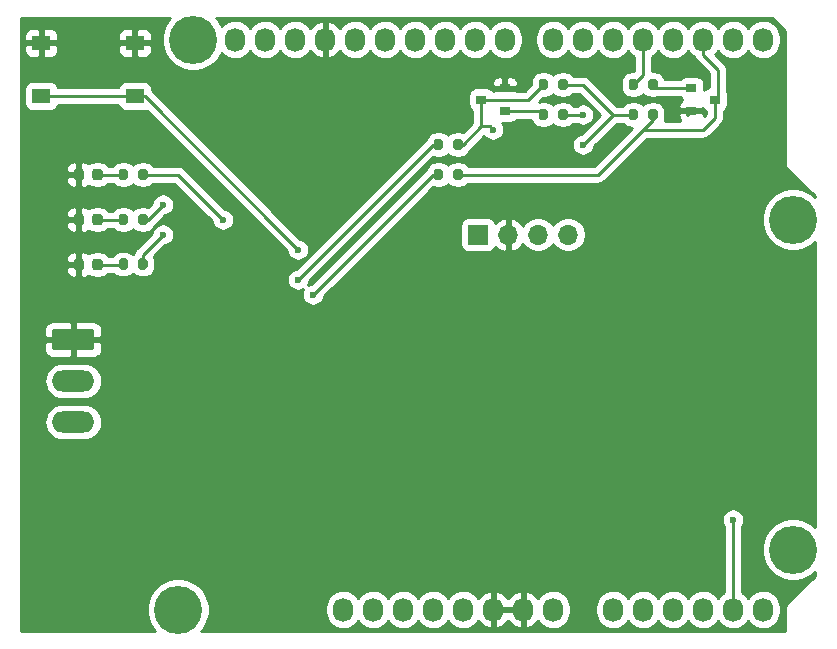
<source format=gbr>
%TF.GenerationSoftware,KiCad,Pcbnew,(5.1.10)-1*%
%TF.CreationDate,2021-10-27T21:18:10-05:00*%
%TF.ProjectId,KVLShield,4b564c53-6869-4656-9c64-2e6b69636164,1.0*%
%TF.SameCoordinates,Original*%
%TF.FileFunction,Copper,L1,Top*%
%TF.FilePolarity,Positive*%
%FSLAX46Y46*%
G04 Gerber Fmt 4.6, Leading zero omitted, Abs format (unit mm)*
G04 Created by KiCad (PCBNEW (5.1.10)-1) date 2021-10-27 21:18:10*
%MOMM*%
%LPD*%
G01*
G04 APERTURE LIST*
%TA.AperFunction,SMDPad,CuDef*%
%ADD10R,1.550000X1.300000*%
%TD*%
%TA.AperFunction,ComponentPad*%
%ADD11O,3.600000X1.800000*%
%TD*%
%TA.AperFunction,ComponentPad*%
%ADD12O,1.700000X1.700000*%
%TD*%
%TA.AperFunction,ComponentPad*%
%ADD13R,1.700000X1.700000*%
%TD*%
%TA.AperFunction,SMDPad,CuDef*%
%ADD14R,0.900000X0.800000*%
%TD*%
%TA.AperFunction,ComponentPad*%
%ADD15O,1.727200X2.032000*%
%TD*%
%TA.AperFunction,ComponentPad*%
%ADD16C,4.064000*%
%TD*%
%TA.AperFunction,ViaPad*%
%ADD17C,0.600000*%
%TD*%
%TA.AperFunction,Conductor*%
%ADD18C,0.250000*%
%TD*%
%TA.AperFunction,Conductor*%
%ADD19C,0.254000*%
%TD*%
%TA.AperFunction,Conductor*%
%ADD20C,0.100000*%
%TD*%
G04 APERTURE END LIST*
D10*
%TO.P,SW1,2*%
%TO.N,/Reset*%
X121323000Y-80355000D03*
X113373000Y-80355000D03*
%TO.P,SW1,1*%
%TO.N,GND*%
X121323000Y-75855000D03*
X113373000Y-75855000D03*
%TD*%
%TO.P,R9,2*%
%TO.N,Net-(D5-Pad2)*%
%TA.AperFunction,SMDPad,CuDef*%
G36*
G01*
X120733000Y-94300000D02*
X120733000Y-94850000D01*
G75*
G02*
X120533000Y-95050000I-200000J0D01*
G01*
X120133000Y-95050000D01*
G75*
G02*
X119933000Y-94850000I0J200000D01*
G01*
X119933000Y-94300000D01*
G75*
G02*
X120133000Y-94100000I200000J0D01*
G01*
X120533000Y-94100000D01*
G75*
G02*
X120733000Y-94300000I0J-200000D01*
G01*
G37*
%TD.AperFunction*%
%TO.P,R9,1*%
%TO.N,/6(\u002A\u002A)*%
%TA.AperFunction,SMDPad,CuDef*%
G36*
G01*
X122383000Y-94300000D02*
X122383000Y-94850000D01*
G75*
G02*
X122183000Y-95050000I-200000J0D01*
G01*
X121783000Y-95050000D01*
G75*
G02*
X121583000Y-94850000I0J200000D01*
G01*
X121583000Y-94300000D01*
G75*
G02*
X121783000Y-94100000I200000J0D01*
G01*
X122183000Y-94100000D01*
G75*
G02*
X122383000Y-94300000I0J-200000D01*
G01*
G37*
%TD.AperFunction*%
%TD*%
%TO.P,D5,2*%
%TO.N,Net-(D5-Pad2)*%
%TA.AperFunction,SMDPad,CuDef*%
G36*
G01*
X117698000Y-94871250D02*
X117698000Y-94358750D01*
G75*
G02*
X117916750Y-94140000I218750J0D01*
G01*
X118354250Y-94140000D01*
G75*
G02*
X118573000Y-94358750I0J-218750D01*
G01*
X118573000Y-94871250D01*
G75*
G02*
X118354250Y-95090000I-218750J0D01*
G01*
X117916750Y-95090000D01*
G75*
G02*
X117698000Y-94871250I0J218750D01*
G01*
G37*
%TD.AperFunction*%
%TO.P,D5,1*%
%TO.N,GND*%
%TA.AperFunction,SMDPad,CuDef*%
G36*
G01*
X116123000Y-94871250D02*
X116123000Y-94358750D01*
G75*
G02*
X116341750Y-94140000I218750J0D01*
G01*
X116779250Y-94140000D01*
G75*
G02*
X116998000Y-94358750I0J-218750D01*
G01*
X116998000Y-94871250D01*
G75*
G02*
X116779250Y-95090000I-218750J0D01*
G01*
X116341750Y-95090000D01*
G75*
G02*
X116123000Y-94871250I0J218750D01*
G01*
G37*
%TD.AperFunction*%
%TD*%
%TO.P,D4,2*%
%TO.N,Net-(D4-Pad2)*%
%TA.AperFunction,SMDPad,CuDef*%
G36*
G01*
X117698000Y-91061250D02*
X117698000Y-90548750D01*
G75*
G02*
X117916750Y-90330000I218750J0D01*
G01*
X118354250Y-90330000D01*
G75*
G02*
X118573000Y-90548750I0J-218750D01*
G01*
X118573000Y-91061250D01*
G75*
G02*
X118354250Y-91280000I-218750J0D01*
G01*
X117916750Y-91280000D01*
G75*
G02*
X117698000Y-91061250I0J218750D01*
G01*
G37*
%TD.AperFunction*%
%TO.P,D4,1*%
%TO.N,GND*%
%TA.AperFunction,SMDPad,CuDef*%
G36*
G01*
X116123000Y-91061250D02*
X116123000Y-90548750D01*
G75*
G02*
X116341750Y-90330000I218750J0D01*
G01*
X116779250Y-90330000D01*
G75*
G02*
X116998000Y-90548750I0J-218750D01*
G01*
X116998000Y-91061250D01*
G75*
G02*
X116779250Y-91280000I-218750J0D01*
G01*
X116341750Y-91280000D01*
G75*
G02*
X116123000Y-91061250I0J218750D01*
G01*
G37*
%TD.AperFunction*%
%TD*%
%TO.P,D3,2*%
%TO.N,Net-(D3-Pad2)*%
%TA.AperFunction,SMDPad,CuDef*%
G36*
G01*
X117698000Y-87251250D02*
X117698000Y-86738750D01*
G75*
G02*
X117916750Y-86520000I218750J0D01*
G01*
X118354250Y-86520000D01*
G75*
G02*
X118573000Y-86738750I0J-218750D01*
G01*
X118573000Y-87251250D01*
G75*
G02*
X118354250Y-87470000I-218750J0D01*
G01*
X117916750Y-87470000D01*
G75*
G02*
X117698000Y-87251250I0J218750D01*
G01*
G37*
%TD.AperFunction*%
%TO.P,D3,1*%
%TO.N,GND*%
%TA.AperFunction,SMDPad,CuDef*%
G36*
G01*
X116123000Y-87251250D02*
X116123000Y-86738750D01*
G75*
G02*
X116341750Y-86520000I218750J0D01*
G01*
X116779250Y-86520000D01*
G75*
G02*
X116998000Y-86738750I0J-218750D01*
G01*
X116998000Y-87251250D01*
G75*
G02*
X116779250Y-87470000I-218750J0D01*
G01*
X116341750Y-87470000D01*
G75*
G02*
X116123000Y-87251250I0J218750D01*
G01*
G37*
%TD.AperFunction*%
%TD*%
D11*
%TO.P,J1,3*%
%TO.N,/KFD_SENSE*%
X116078000Y-107965000D03*
%TO.P,J1,2*%
%TO.N,/KFD_DATA*%
X116078000Y-104465000D03*
%TO.P,J1,1*%
%TO.N,GND*%
%TA.AperFunction,ComponentPad*%
G36*
G01*
X114528000Y-100065000D02*
X117628000Y-100065000D01*
G75*
G02*
X117878000Y-100315000I0J-250000D01*
G01*
X117878000Y-101615000D01*
G75*
G02*
X117628000Y-101865000I-250000J0D01*
G01*
X114528000Y-101865000D01*
G75*
G02*
X114278000Y-101615000I0J250000D01*
G01*
X114278000Y-100315000D01*
G75*
G02*
X114528000Y-100065000I250000J0D01*
G01*
G37*
%TD.AperFunction*%
%TD*%
D12*
%TO.P,J2,4*%
%TO.N,/A4(SDA)*%
X157988000Y-92075000D03*
%TO.P,J2,3*%
%TO.N,/A5(SCL)*%
X155448000Y-92075000D03*
%TO.P,J2,2*%
%TO.N,GND*%
X152908000Y-92075000D03*
D13*
%TO.P,J2,1*%
%TO.N,+5V*%
X150368000Y-92075000D03*
%TD*%
D14*
%TO.P,Q2,3*%
%TO.N,/2*%
X170418000Y-80645000D03*
%TO.P,Q2,2*%
%TO.N,GND*%
X168418000Y-81595000D03*
%TO.P,Q2,1*%
%TO.N,Net-(Q2-Pad1)*%
X168418000Y-79695000D03*
%TD*%
%TO.P,Q1,3*%
%TO.N,/3(\u002A\u002A)*%
X150638000Y-80645000D03*
%TO.P,Q1,2*%
%TO.N,GND*%
X152638000Y-79695000D03*
%TO.P,Q1,1*%
%TO.N,Net-(Q1-Pad1)*%
X152638000Y-81595000D03*
%TD*%
%TO.P,R8,2*%
%TO.N,Net-(D4-Pad2)*%
%TA.AperFunction,SMDPad,CuDef*%
G36*
G01*
X120733000Y-90530000D02*
X120733000Y-91080000D01*
G75*
G02*
X120533000Y-91280000I-200000J0D01*
G01*
X120133000Y-91280000D01*
G75*
G02*
X119933000Y-91080000I0J200000D01*
G01*
X119933000Y-90530000D01*
G75*
G02*
X120133000Y-90330000I200000J0D01*
G01*
X120533000Y-90330000D01*
G75*
G02*
X120733000Y-90530000I0J-200000D01*
G01*
G37*
%TD.AperFunction*%
%TO.P,R8,1*%
%TO.N,/7*%
%TA.AperFunction,SMDPad,CuDef*%
G36*
G01*
X122383000Y-90530000D02*
X122383000Y-91080000D01*
G75*
G02*
X122183000Y-91280000I-200000J0D01*
G01*
X121783000Y-91280000D01*
G75*
G02*
X121583000Y-91080000I0J200000D01*
G01*
X121583000Y-90530000D01*
G75*
G02*
X121783000Y-90330000I200000J0D01*
G01*
X122183000Y-90330000D01*
G75*
G02*
X122383000Y-90530000I0J-200000D01*
G01*
G37*
%TD.AperFunction*%
%TD*%
%TO.P,R7,2*%
%TO.N,Net-(D3-Pad2)*%
%TA.AperFunction,SMDPad,CuDef*%
G36*
G01*
X120733000Y-86720000D02*
X120733000Y-87270000D01*
G75*
G02*
X120533000Y-87470000I-200000J0D01*
G01*
X120133000Y-87470000D01*
G75*
G02*
X119933000Y-87270000I0J200000D01*
G01*
X119933000Y-86720000D01*
G75*
G02*
X120133000Y-86520000I200000J0D01*
G01*
X120533000Y-86520000D01*
G75*
G02*
X120733000Y-86720000I0J-200000D01*
G01*
G37*
%TD.AperFunction*%
%TO.P,R7,1*%
%TO.N,+5V*%
%TA.AperFunction,SMDPad,CuDef*%
G36*
G01*
X122383000Y-86720000D02*
X122383000Y-87270000D01*
G75*
G02*
X122183000Y-87470000I-200000J0D01*
G01*
X121783000Y-87470000D01*
G75*
G02*
X121583000Y-87270000I0J200000D01*
G01*
X121583000Y-86720000D01*
G75*
G02*
X121783000Y-86520000I200000J0D01*
G01*
X122183000Y-86520000D01*
G75*
G02*
X122383000Y-86720000I0J-200000D01*
G01*
G37*
%TD.AperFunction*%
%TD*%
%TO.P,R6,2*%
%TO.N,Net-(Q2-Pad1)*%
%TA.AperFunction,SMDPad,CuDef*%
G36*
G01*
X164763000Y-79650000D02*
X164763000Y-79100000D01*
G75*
G02*
X164963000Y-78900000I200000J0D01*
G01*
X165363000Y-78900000D01*
G75*
G02*
X165563000Y-79100000I0J-200000D01*
G01*
X165563000Y-79650000D01*
G75*
G02*
X165363000Y-79850000I-200000J0D01*
G01*
X164963000Y-79850000D01*
G75*
G02*
X164763000Y-79650000I0J200000D01*
G01*
G37*
%TD.AperFunction*%
%TO.P,R6,1*%
%TO.N,/4*%
%TA.AperFunction,SMDPad,CuDef*%
G36*
G01*
X163113000Y-79650000D02*
X163113000Y-79100000D01*
G75*
G02*
X163313000Y-78900000I200000J0D01*
G01*
X163713000Y-78900000D01*
G75*
G02*
X163913000Y-79100000I0J-200000D01*
G01*
X163913000Y-79650000D01*
G75*
G02*
X163713000Y-79850000I-200000J0D01*
G01*
X163313000Y-79850000D01*
G75*
G02*
X163113000Y-79650000I0J200000D01*
G01*
G37*
%TD.AperFunction*%
%TD*%
%TO.P,R5,2*%
%TO.N,/KFD_SENSE*%
%TA.AperFunction,SMDPad,CuDef*%
G36*
G01*
X147403000Y-86720000D02*
X147403000Y-87270000D01*
G75*
G02*
X147203000Y-87470000I-200000J0D01*
G01*
X146803000Y-87470000D01*
G75*
G02*
X146603000Y-87270000I0J200000D01*
G01*
X146603000Y-86720000D01*
G75*
G02*
X146803000Y-86520000I200000J0D01*
G01*
X147203000Y-86520000D01*
G75*
G02*
X147403000Y-86720000I0J-200000D01*
G01*
G37*
%TD.AperFunction*%
%TO.P,R5,1*%
%TO.N,/2*%
%TA.AperFunction,SMDPad,CuDef*%
G36*
G01*
X149053000Y-86720000D02*
X149053000Y-87270000D01*
G75*
G02*
X148853000Y-87470000I-200000J0D01*
G01*
X148453000Y-87470000D01*
G75*
G02*
X148253000Y-87270000I0J200000D01*
G01*
X148253000Y-86720000D01*
G75*
G02*
X148453000Y-86520000I200000J0D01*
G01*
X148853000Y-86520000D01*
G75*
G02*
X149053000Y-86720000I0J-200000D01*
G01*
G37*
%TD.AperFunction*%
%TD*%
%TO.P,R4,2*%
%TO.N,/2*%
%TA.AperFunction,SMDPad,CuDef*%
G36*
G01*
X164763000Y-82190000D02*
X164763000Y-81640000D01*
G75*
G02*
X164963000Y-81440000I200000J0D01*
G01*
X165363000Y-81440000D01*
G75*
G02*
X165563000Y-81640000I0J-200000D01*
G01*
X165563000Y-82190000D01*
G75*
G02*
X165363000Y-82390000I-200000J0D01*
G01*
X164963000Y-82390000D01*
G75*
G02*
X164763000Y-82190000I0J200000D01*
G01*
G37*
%TD.AperFunction*%
%TO.P,R4,1*%
%TO.N,+5V*%
%TA.AperFunction,SMDPad,CuDef*%
G36*
G01*
X163113000Y-82190000D02*
X163113000Y-81640000D01*
G75*
G02*
X163313000Y-81440000I200000J0D01*
G01*
X163713000Y-81440000D01*
G75*
G02*
X163913000Y-81640000I0J-200000D01*
G01*
X163913000Y-82190000D01*
G75*
G02*
X163713000Y-82390000I-200000J0D01*
G01*
X163313000Y-82390000D01*
G75*
G02*
X163113000Y-82190000I0J200000D01*
G01*
G37*
%TD.AperFunction*%
%TD*%
%TO.P,R3,2*%
%TO.N,Net-(Q1-Pad1)*%
%TA.AperFunction,SMDPad,CuDef*%
G36*
G01*
X156293000Y-81640000D02*
X156293000Y-82190000D01*
G75*
G02*
X156093000Y-82390000I-200000J0D01*
G01*
X155693000Y-82390000D01*
G75*
G02*
X155493000Y-82190000I0J200000D01*
G01*
X155493000Y-81640000D01*
G75*
G02*
X155693000Y-81440000I200000J0D01*
G01*
X156093000Y-81440000D01*
G75*
G02*
X156293000Y-81640000I0J-200000D01*
G01*
G37*
%TD.AperFunction*%
%TO.P,R3,1*%
%TO.N,/5(\u002A\u002A)*%
%TA.AperFunction,SMDPad,CuDef*%
G36*
G01*
X157943000Y-81640000D02*
X157943000Y-82190000D01*
G75*
G02*
X157743000Y-82390000I-200000J0D01*
G01*
X157343000Y-82390000D01*
G75*
G02*
X157143000Y-82190000I0J200000D01*
G01*
X157143000Y-81640000D01*
G75*
G02*
X157343000Y-81440000I200000J0D01*
G01*
X157743000Y-81440000D01*
G75*
G02*
X157943000Y-81640000I0J-200000D01*
G01*
G37*
%TD.AperFunction*%
%TD*%
%TO.P,R2,2*%
%TO.N,/KFD_DATA*%
%TA.AperFunction,SMDPad,CuDef*%
G36*
G01*
X147403000Y-84180000D02*
X147403000Y-84730000D01*
G75*
G02*
X147203000Y-84930000I-200000J0D01*
G01*
X146803000Y-84930000D01*
G75*
G02*
X146603000Y-84730000I0J200000D01*
G01*
X146603000Y-84180000D01*
G75*
G02*
X146803000Y-83980000I200000J0D01*
G01*
X147203000Y-83980000D01*
G75*
G02*
X147403000Y-84180000I0J-200000D01*
G01*
G37*
%TD.AperFunction*%
%TO.P,R2,1*%
%TO.N,/3(\u002A\u002A)*%
%TA.AperFunction,SMDPad,CuDef*%
G36*
G01*
X149053000Y-84180000D02*
X149053000Y-84730000D01*
G75*
G02*
X148853000Y-84930000I-200000J0D01*
G01*
X148453000Y-84930000D01*
G75*
G02*
X148253000Y-84730000I0J200000D01*
G01*
X148253000Y-84180000D01*
G75*
G02*
X148453000Y-83980000I200000J0D01*
G01*
X148853000Y-83980000D01*
G75*
G02*
X149053000Y-84180000I0J-200000D01*
G01*
G37*
%TD.AperFunction*%
%TD*%
%TO.P,R1,2*%
%TO.N,/3(\u002A\u002A)*%
%TA.AperFunction,SMDPad,CuDef*%
G36*
G01*
X156293000Y-79100000D02*
X156293000Y-79650000D01*
G75*
G02*
X156093000Y-79850000I-200000J0D01*
G01*
X155693000Y-79850000D01*
G75*
G02*
X155493000Y-79650000I0J200000D01*
G01*
X155493000Y-79100000D01*
G75*
G02*
X155693000Y-78900000I200000J0D01*
G01*
X156093000Y-78900000D01*
G75*
G02*
X156293000Y-79100000I0J-200000D01*
G01*
G37*
%TD.AperFunction*%
%TO.P,R1,1*%
%TO.N,+5V*%
%TA.AperFunction,SMDPad,CuDef*%
G36*
G01*
X157943000Y-79100000D02*
X157943000Y-79650000D01*
G75*
G02*
X157743000Y-79850000I-200000J0D01*
G01*
X157343000Y-79850000D01*
G75*
G02*
X157143000Y-79650000I0J200000D01*
G01*
X157143000Y-79100000D01*
G75*
G02*
X157343000Y-78900000I200000J0D01*
G01*
X157743000Y-78900000D01*
G75*
G02*
X157943000Y-79100000I0J-200000D01*
G01*
G37*
%TD.AperFunction*%
%TD*%
D15*
%TO.P,P1,8*%
%TO.N,/Vin*%
X156718000Y-123825000D03*
%TO.P,P1,7*%
%TO.N,GND*%
X154178000Y-123825000D03*
%TO.P,P1,6*%
X151638000Y-123825000D03*
%TO.P,P1,5*%
%TO.N,+5V*%
X149098000Y-123825000D03*
%TO.P,P1,4*%
%TO.N,+3V3*%
X146558000Y-123825000D03*
%TO.P,P1,3*%
%TO.N,/Reset*%
X144018000Y-123825000D03*
%TO.P,P1,2*%
%TO.N,/IOREF*%
X141478000Y-123825000D03*
%TO.P,P1,1*%
%TO.N,Net-(P1-Pad1)*%
X138938000Y-123825000D03*
%TD*%
%TO.P,P2,6*%
%TO.N,/A5(SCL)*%
X174498000Y-123825000D03*
%TO.P,P2,5*%
%TO.N,/A4(SDA)*%
X171958000Y-123825000D03*
%TO.P,P2,4*%
%TO.N,/A3*%
X169418000Y-123825000D03*
%TO.P,P2,3*%
%TO.N,/A2*%
X166878000Y-123825000D03*
%TO.P,P2,2*%
%TO.N,/A1*%
X164338000Y-123825000D03*
%TO.P,P2,1*%
%TO.N,/A0*%
X161798000Y-123825000D03*
%TD*%
%TO.P,P3,10*%
%TO.N,/8*%
X152654000Y-75565000D03*
%TO.P,P3,9*%
%TO.N,/9(\u002A\u002A)*%
X150114000Y-75565000D03*
%TO.P,P3,8*%
%TO.N,/10(\u002A\u002A/SS)*%
X147574000Y-75565000D03*
%TO.P,P3,7*%
%TO.N,/11(\u002A\u002A/MOSI)*%
X145034000Y-75565000D03*
%TO.P,P3,6*%
%TO.N,/12(MISO)*%
X142494000Y-75565000D03*
%TO.P,P3,5*%
%TO.N,/13(SCK)*%
X139954000Y-75565000D03*
%TO.P,P3,4*%
%TO.N,GND*%
X137414000Y-75565000D03*
%TO.P,P3,3*%
%TO.N,/AREF*%
X134874000Y-75565000D03*
%TO.P,P3,2*%
%TO.N,Net-(P3-Pad2)*%
X132334000Y-75565000D03*
%TO.P,P3,1*%
%TO.N,Net-(P3-Pad1)*%
X129794000Y-75565000D03*
%TD*%
%TO.P,P4,8*%
%TO.N,/0(Rx)*%
X174498000Y-75565000D03*
%TO.P,P4,7*%
%TO.N,/1(Tx)*%
X171958000Y-75565000D03*
%TO.P,P4,6*%
%TO.N,/2*%
X169418000Y-75565000D03*
%TO.P,P4,5*%
%TO.N,/3(\u002A\u002A)*%
X166878000Y-75565000D03*
%TO.P,P4,4*%
%TO.N,/4*%
X164338000Y-75565000D03*
%TO.P,P4,3*%
%TO.N,/5(\u002A\u002A)*%
X161798000Y-75565000D03*
%TO.P,P4,2*%
%TO.N,/6(\u002A\u002A)*%
X159258000Y-75565000D03*
%TO.P,P4,1*%
%TO.N,/7*%
X156718000Y-75565000D03*
%TD*%
D16*
%TO.P,P5,1*%
%TO.N,Net-(P5-Pad1)*%
X124968000Y-123825000D03*
%TD*%
%TO.P,P6,1*%
%TO.N,Net-(P6-Pad1)*%
X177038000Y-118745000D03*
%TD*%
%TO.P,P7,1*%
%TO.N,Net-(P7-Pad1)*%
X126238000Y-75565000D03*
%TD*%
%TO.P,P8,1*%
%TO.N,Net-(P8-Pad1)*%
X177038000Y-90805000D03*
%TD*%
D17*
%TO.N,/Reset*%
X135128000Y-93345000D03*
%TO.N,+5V*%
X128778000Y-90805000D03*
X159258000Y-84455000D03*
%TO.N,/A4(SDA)*%
X171958000Y-116205000D03*
X171958000Y-116205000D03*
%TO.N,/7*%
X123698000Y-89535000D03*
%TO.N,/6(\u002A\u002A)*%
X123698000Y-92075000D03*
%TO.N,GND*%
X155448000Y-85725000D03*
X168148000Y-78105000D03*
X160528000Y-78105000D03*
%TO.N,/5(\u002A\u002A)*%
X159258000Y-81915000D03*
%TO.N,/3(\u002A\u002A)*%
X151638000Y-83185000D03*
%TO.N,/KFD_DATA*%
X135128000Y-95885000D03*
%TO.N,/KFD_SENSE*%
X136398000Y-97155000D03*
%TD*%
D18*
%TO.N,/Reset*%
X113373000Y-80355000D02*
X121323000Y-80355000D01*
X122138000Y-80355000D02*
X133858000Y-92075000D01*
X121323000Y-80355000D02*
X122138000Y-80355000D01*
X133858000Y-92075000D02*
X135128000Y-93345000D01*
%TO.N,+5V*%
X121983000Y-86995000D02*
X124968000Y-86995000D01*
X124968000Y-86995000D02*
X128778000Y-90805000D01*
X157543000Y-79375000D02*
X159258000Y-79375000D01*
X159258000Y-79375000D02*
X161798000Y-81915000D01*
X161798000Y-81915000D02*
X163513000Y-81915000D01*
X159258000Y-84455000D02*
X161798000Y-81915000D01*
%TO.N,/A4(SDA)*%
X171958000Y-116205000D02*
X171958000Y-123825000D01*
%TO.N,/7*%
X121983000Y-90805000D02*
X122428000Y-90805000D01*
X122428000Y-90805000D02*
X123698000Y-89535000D01*
%TO.N,/6(\u002A\u002A)*%
X121983000Y-94575000D02*
X121983000Y-93790000D01*
X121983000Y-93790000D02*
X123698000Y-92075000D01*
%TO.N,GND*%
X168098000Y-81915000D02*
X168418000Y-81595000D01*
%TO.N,/5(\u002A\u002A)*%
X157543000Y-81915000D02*
X159258000Y-81915000D01*
%TO.N,/4*%
X164338000Y-78550000D02*
X163513000Y-79375000D01*
X164338000Y-75565000D02*
X164338000Y-78550000D01*
%TO.N,/3(\u002A\u002A)*%
X150638000Y-80645000D02*
X150638000Y-82915000D01*
X149098000Y-84455000D02*
X148653000Y-84455000D01*
X150638000Y-82915000D02*
X149098000Y-84455000D01*
X154623000Y-80645000D02*
X155893000Y-79375000D01*
X150638000Y-80645000D02*
X154623000Y-80645000D01*
X151368000Y-82915000D02*
X151638000Y-83185000D01*
X150638000Y-82915000D02*
X151368000Y-82915000D01*
%TO.N,/2*%
X169418000Y-75565000D02*
X169418000Y-76835000D01*
X169418000Y-76835000D02*
X170688000Y-78105000D01*
X170688000Y-80375000D02*
X170418000Y-80645000D01*
X170688000Y-78105000D02*
X170688000Y-80375000D01*
X160528000Y-86995000D02*
X148653000Y-86995000D01*
X164338000Y-83185000D02*
X160528000Y-86995000D01*
X169418000Y-83185000D02*
X164338000Y-83185000D01*
X170418000Y-82185000D02*
X169418000Y-83185000D01*
X170418000Y-80645000D02*
X170418000Y-82185000D01*
X165163000Y-82360000D02*
X164338000Y-83185000D01*
X165163000Y-81915000D02*
X165163000Y-82360000D01*
%TO.N,Net-(Q1-Pad1)*%
X155573000Y-81595000D02*
X155893000Y-81915000D01*
X152638000Y-81595000D02*
X155573000Y-81595000D01*
%TO.N,Net-(Q2-Pad1)*%
X168098000Y-79375000D02*
X168418000Y-79695000D01*
X165483000Y-79695000D02*
X165163000Y-79375000D01*
X168418000Y-79695000D02*
X165483000Y-79695000D01*
%TO.N,/KFD_DATA*%
X146558000Y-84455000D02*
X135128000Y-95885000D01*
X147003000Y-84455000D02*
X146558000Y-84455000D01*
%TO.N,/KFD_SENSE*%
X147003000Y-86995000D02*
X146558000Y-86995000D01*
X146558000Y-86995000D02*
X136398000Y-97155000D01*
%TO.N,Net-(D3-Pad2)*%
X118135500Y-86995000D02*
X120333000Y-86995000D01*
%TO.N,Net-(D4-Pad2)*%
X118135500Y-90805000D02*
X120333000Y-90805000D01*
%TO.N,Net-(D5-Pad2)*%
X120493000Y-94615000D02*
X120533000Y-94575000D01*
X118135500Y-94615000D02*
X120493000Y-94615000D01*
%TD*%
D19*
%TO.N,GND*%
X124166406Y-73864887D02*
X123874536Y-74301702D01*
X123673492Y-74787065D01*
X123571000Y-75302323D01*
X123571000Y-75827677D01*
X123673492Y-76342935D01*
X123874536Y-76828298D01*
X124166406Y-77265113D01*
X124537887Y-77636594D01*
X124974702Y-77928464D01*
X125460065Y-78129508D01*
X125975323Y-78232000D01*
X126500677Y-78232000D01*
X127015935Y-78129508D01*
X127501298Y-77928464D01*
X127938113Y-77636594D01*
X128309594Y-77265113D01*
X128601464Y-76828298D01*
X128657001Y-76694219D01*
X128729203Y-76782197D01*
X128957395Y-76969469D01*
X129217737Y-77108625D01*
X129500224Y-77194316D01*
X129794000Y-77223251D01*
X130087777Y-77194316D01*
X130370264Y-77108625D01*
X130630606Y-76969469D01*
X130858797Y-76782197D01*
X131046069Y-76554006D01*
X131064000Y-76520459D01*
X131081931Y-76554006D01*
X131269203Y-76782197D01*
X131497395Y-76969469D01*
X131757737Y-77108625D01*
X132040224Y-77194316D01*
X132334000Y-77223251D01*
X132627777Y-77194316D01*
X132910264Y-77108625D01*
X133170606Y-76969469D01*
X133398797Y-76782197D01*
X133586069Y-76554006D01*
X133604000Y-76520459D01*
X133621931Y-76554006D01*
X133809203Y-76782197D01*
X134037395Y-76969469D01*
X134297737Y-77108625D01*
X134580224Y-77194316D01*
X134874000Y-77223251D01*
X135167777Y-77194316D01*
X135450264Y-77108625D01*
X135710606Y-76969469D01*
X135938797Y-76782197D01*
X136126069Y-76554006D01*
X136147424Y-76514053D01*
X136295514Y-76716729D01*
X136511965Y-76915733D01*
X136763081Y-77068686D01*
X137039211Y-77169709D01*
X137054974Y-77172358D01*
X137287000Y-77051217D01*
X137287000Y-75692000D01*
X137267000Y-75692000D01*
X137267000Y-75438000D01*
X137287000Y-75438000D01*
X137287000Y-74078783D01*
X137541000Y-74078783D01*
X137541000Y-75438000D01*
X137561000Y-75438000D01*
X137561000Y-75692000D01*
X137541000Y-75692000D01*
X137541000Y-77051217D01*
X137773026Y-77172358D01*
X137788789Y-77169709D01*
X138064919Y-77068686D01*
X138316035Y-76915733D01*
X138532486Y-76716729D01*
X138680576Y-76514053D01*
X138701931Y-76554006D01*
X138889203Y-76782197D01*
X139117395Y-76969469D01*
X139377737Y-77108625D01*
X139660224Y-77194316D01*
X139954000Y-77223251D01*
X140247777Y-77194316D01*
X140530264Y-77108625D01*
X140790606Y-76969469D01*
X141018797Y-76782197D01*
X141206069Y-76554006D01*
X141224000Y-76520459D01*
X141241931Y-76554006D01*
X141429203Y-76782197D01*
X141657395Y-76969469D01*
X141917737Y-77108625D01*
X142200224Y-77194316D01*
X142494000Y-77223251D01*
X142787777Y-77194316D01*
X143070264Y-77108625D01*
X143330606Y-76969469D01*
X143558797Y-76782197D01*
X143746069Y-76554006D01*
X143764000Y-76520459D01*
X143781931Y-76554006D01*
X143969203Y-76782197D01*
X144197395Y-76969469D01*
X144457737Y-77108625D01*
X144740224Y-77194316D01*
X145034000Y-77223251D01*
X145327777Y-77194316D01*
X145610264Y-77108625D01*
X145870606Y-76969469D01*
X146098797Y-76782197D01*
X146286069Y-76554006D01*
X146304000Y-76520459D01*
X146321931Y-76554006D01*
X146509203Y-76782197D01*
X146737395Y-76969469D01*
X146997737Y-77108625D01*
X147280224Y-77194316D01*
X147574000Y-77223251D01*
X147867777Y-77194316D01*
X148150264Y-77108625D01*
X148410606Y-76969469D01*
X148638797Y-76782197D01*
X148826069Y-76554006D01*
X148844000Y-76520459D01*
X148861931Y-76554006D01*
X149049203Y-76782197D01*
X149277395Y-76969469D01*
X149537737Y-77108625D01*
X149820224Y-77194316D01*
X150114000Y-77223251D01*
X150407777Y-77194316D01*
X150690264Y-77108625D01*
X150950606Y-76969469D01*
X151178797Y-76782197D01*
X151366069Y-76554006D01*
X151384000Y-76520459D01*
X151401931Y-76554006D01*
X151589203Y-76782197D01*
X151817395Y-76969469D01*
X152077737Y-77108625D01*
X152360224Y-77194316D01*
X152654000Y-77223251D01*
X152947777Y-77194316D01*
X153230264Y-77108625D01*
X153490606Y-76969469D01*
X153718797Y-76782197D01*
X153906069Y-76554006D01*
X154045225Y-76293663D01*
X154130916Y-76011176D01*
X154152600Y-75791018D01*
X154152600Y-75338981D01*
X154130916Y-75118823D01*
X154045225Y-74836336D01*
X153906069Y-74575994D01*
X153718797Y-74347803D01*
X153490605Y-74160531D01*
X153230263Y-74021375D01*
X152947776Y-73935684D01*
X152654000Y-73906749D01*
X152360223Y-73935684D01*
X152077736Y-74021375D01*
X151817394Y-74160531D01*
X151589203Y-74347803D01*
X151401931Y-74575995D01*
X151384000Y-74609541D01*
X151366069Y-74575994D01*
X151178797Y-74347803D01*
X150950605Y-74160531D01*
X150690263Y-74021375D01*
X150407776Y-73935684D01*
X150114000Y-73906749D01*
X149820223Y-73935684D01*
X149537736Y-74021375D01*
X149277394Y-74160531D01*
X149049203Y-74347803D01*
X148861931Y-74575995D01*
X148844000Y-74609541D01*
X148826069Y-74575994D01*
X148638797Y-74347803D01*
X148410605Y-74160531D01*
X148150263Y-74021375D01*
X147867776Y-73935684D01*
X147574000Y-73906749D01*
X147280223Y-73935684D01*
X146997736Y-74021375D01*
X146737394Y-74160531D01*
X146509203Y-74347803D01*
X146321931Y-74575995D01*
X146304000Y-74609541D01*
X146286069Y-74575994D01*
X146098797Y-74347803D01*
X145870605Y-74160531D01*
X145610263Y-74021375D01*
X145327776Y-73935684D01*
X145034000Y-73906749D01*
X144740223Y-73935684D01*
X144457736Y-74021375D01*
X144197394Y-74160531D01*
X143969203Y-74347803D01*
X143781931Y-74575995D01*
X143764000Y-74609541D01*
X143746069Y-74575994D01*
X143558797Y-74347803D01*
X143330605Y-74160531D01*
X143070263Y-74021375D01*
X142787776Y-73935684D01*
X142494000Y-73906749D01*
X142200223Y-73935684D01*
X141917736Y-74021375D01*
X141657394Y-74160531D01*
X141429203Y-74347803D01*
X141241931Y-74575995D01*
X141224000Y-74609541D01*
X141206069Y-74575994D01*
X141018797Y-74347803D01*
X140790605Y-74160531D01*
X140530263Y-74021375D01*
X140247776Y-73935684D01*
X139954000Y-73906749D01*
X139660223Y-73935684D01*
X139377736Y-74021375D01*
X139117394Y-74160531D01*
X138889203Y-74347803D01*
X138701931Y-74575995D01*
X138680576Y-74615947D01*
X138532486Y-74413271D01*
X138316035Y-74214267D01*
X138064919Y-74061314D01*
X137788789Y-73960291D01*
X137773026Y-73957642D01*
X137541000Y-74078783D01*
X137287000Y-74078783D01*
X137054974Y-73957642D01*
X137039211Y-73960291D01*
X136763081Y-74061314D01*
X136511965Y-74214267D01*
X136295514Y-74413271D01*
X136147424Y-74615947D01*
X136126069Y-74575994D01*
X135938797Y-74347803D01*
X135710605Y-74160531D01*
X135450263Y-74021375D01*
X135167776Y-73935684D01*
X134874000Y-73906749D01*
X134580223Y-73935684D01*
X134297736Y-74021375D01*
X134037394Y-74160531D01*
X133809203Y-74347803D01*
X133621931Y-74575995D01*
X133604000Y-74609541D01*
X133586069Y-74575994D01*
X133398797Y-74347803D01*
X133170605Y-74160531D01*
X132910263Y-74021375D01*
X132627776Y-73935684D01*
X132334000Y-73906749D01*
X132040223Y-73935684D01*
X131757736Y-74021375D01*
X131497394Y-74160531D01*
X131269203Y-74347803D01*
X131081931Y-74575995D01*
X131064000Y-74609541D01*
X131046069Y-74575994D01*
X130858797Y-74347803D01*
X130630605Y-74160531D01*
X130370263Y-74021375D01*
X130087776Y-73935684D01*
X129794000Y-73906749D01*
X129500223Y-73935684D01*
X129217736Y-74021375D01*
X128957394Y-74160531D01*
X128729203Y-74347803D01*
X128657001Y-74435781D01*
X128601464Y-74301702D01*
X128309594Y-73864887D01*
X128179707Y-73735000D01*
X175219909Y-73735000D01*
X176328001Y-74843093D01*
X176328000Y-85944125D01*
X176324565Y-85979000D01*
X176328000Y-86013875D01*
X176328000Y-86013876D01*
X176338273Y-86118183D01*
X176378872Y-86252019D01*
X176444800Y-86375362D01*
X176533525Y-86483474D01*
X176560617Y-86505708D01*
X178868001Y-88813093D01*
X178868001Y-88863294D01*
X178738113Y-88733406D01*
X178301298Y-88441536D01*
X177815935Y-88240492D01*
X177300677Y-88138000D01*
X176775323Y-88138000D01*
X176260065Y-88240492D01*
X175774702Y-88441536D01*
X175337887Y-88733406D01*
X174966406Y-89104887D01*
X174674536Y-89541702D01*
X174473492Y-90027065D01*
X174371000Y-90542323D01*
X174371000Y-91067677D01*
X174473492Y-91582935D01*
X174674536Y-92068298D01*
X174966406Y-92505113D01*
X175337887Y-92876594D01*
X175774702Y-93168464D01*
X176260065Y-93369508D01*
X176775323Y-93472000D01*
X177300677Y-93472000D01*
X177815935Y-93369508D01*
X178301298Y-93168464D01*
X178738113Y-92876594D01*
X178868001Y-92746706D01*
X178868000Y-116803293D01*
X178738113Y-116673406D01*
X178301298Y-116381536D01*
X177815935Y-116180492D01*
X177300677Y-116078000D01*
X176775323Y-116078000D01*
X176260065Y-116180492D01*
X175774702Y-116381536D01*
X175337887Y-116673406D01*
X174966406Y-117044887D01*
X174674536Y-117481702D01*
X174473492Y-117967065D01*
X174371000Y-118482323D01*
X174371000Y-119007677D01*
X174473492Y-119522935D01*
X174674536Y-120008298D01*
X174966406Y-120445113D01*
X175337887Y-120816594D01*
X175774702Y-121108464D01*
X176260065Y-121309508D01*
X176775323Y-121412000D01*
X177300677Y-121412000D01*
X177815935Y-121309508D01*
X178301298Y-121108464D01*
X178738113Y-120816594D01*
X178868000Y-120686707D01*
X178868000Y-120990908D01*
X176560617Y-123298292D01*
X176533526Y-123320525D01*
X176511293Y-123347616D01*
X176444801Y-123428637D01*
X176378872Y-123551981D01*
X176338274Y-123685816D01*
X176324565Y-123825000D01*
X176328001Y-123859885D01*
X176328000Y-125655000D01*
X126909707Y-125655000D01*
X127039594Y-125525113D01*
X127331464Y-125088298D01*
X127532508Y-124602935D01*
X127635000Y-124087677D01*
X127635000Y-123598982D01*
X137439400Y-123598982D01*
X137439400Y-124051019D01*
X137461084Y-124271177D01*
X137546775Y-124553664D01*
X137685931Y-124814006D01*
X137873203Y-125042197D01*
X138101395Y-125229469D01*
X138361737Y-125368625D01*
X138644224Y-125454316D01*
X138938000Y-125483251D01*
X139231777Y-125454316D01*
X139514264Y-125368625D01*
X139774606Y-125229469D01*
X140002797Y-125042197D01*
X140190069Y-124814006D01*
X140208000Y-124780459D01*
X140225931Y-124814006D01*
X140413203Y-125042197D01*
X140641395Y-125229469D01*
X140901737Y-125368625D01*
X141184224Y-125454316D01*
X141478000Y-125483251D01*
X141771777Y-125454316D01*
X142054264Y-125368625D01*
X142314606Y-125229469D01*
X142542797Y-125042197D01*
X142730069Y-124814006D01*
X142748000Y-124780459D01*
X142765931Y-124814006D01*
X142953203Y-125042197D01*
X143181395Y-125229469D01*
X143441737Y-125368625D01*
X143724224Y-125454316D01*
X144018000Y-125483251D01*
X144311777Y-125454316D01*
X144594264Y-125368625D01*
X144854606Y-125229469D01*
X145082797Y-125042197D01*
X145270069Y-124814006D01*
X145288000Y-124780459D01*
X145305931Y-124814006D01*
X145493203Y-125042197D01*
X145721395Y-125229469D01*
X145981737Y-125368625D01*
X146264224Y-125454316D01*
X146558000Y-125483251D01*
X146851777Y-125454316D01*
X147134264Y-125368625D01*
X147394606Y-125229469D01*
X147622797Y-125042197D01*
X147810069Y-124814006D01*
X147828000Y-124780459D01*
X147845931Y-124814006D01*
X148033203Y-125042197D01*
X148261395Y-125229469D01*
X148521737Y-125368625D01*
X148804224Y-125454316D01*
X149098000Y-125483251D01*
X149391777Y-125454316D01*
X149674264Y-125368625D01*
X149934606Y-125229469D01*
X150162797Y-125042197D01*
X150350069Y-124814006D01*
X150371424Y-124774053D01*
X150519514Y-124976729D01*
X150735965Y-125175733D01*
X150987081Y-125328686D01*
X151263211Y-125429709D01*
X151278974Y-125432358D01*
X151511000Y-125311217D01*
X151511000Y-123952000D01*
X151765000Y-123952000D01*
X151765000Y-125311217D01*
X151997026Y-125432358D01*
X152012789Y-125429709D01*
X152288919Y-125328686D01*
X152540035Y-125175733D01*
X152756486Y-124976729D01*
X152908000Y-124769367D01*
X153059514Y-124976729D01*
X153275965Y-125175733D01*
X153527081Y-125328686D01*
X153803211Y-125429709D01*
X153818974Y-125432358D01*
X154051000Y-125311217D01*
X154051000Y-123952000D01*
X151765000Y-123952000D01*
X151511000Y-123952000D01*
X151491000Y-123952000D01*
X151491000Y-123698000D01*
X151511000Y-123698000D01*
X151511000Y-122338783D01*
X151765000Y-122338783D01*
X151765000Y-123698000D01*
X154051000Y-123698000D01*
X154051000Y-122338783D01*
X154305000Y-122338783D01*
X154305000Y-123698000D01*
X154325000Y-123698000D01*
X154325000Y-123952000D01*
X154305000Y-123952000D01*
X154305000Y-125311217D01*
X154537026Y-125432358D01*
X154552789Y-125429709D01*
X154828919Y-125328686D01*
X155080035Y-125175733D01*
X155296486Y-124976729D01*
X155444576Y-124774053D01*
X155465931Y-124814006D01*
X155653203Y-125042197D01*
X155881395Y-125229469D01*
X156141737Y-125368625D01*
X156424224Y-125454316D01*
X156718000Y-125483251D01*
X157011777Y-125454316D01*
X157294264Y-125368625D01*
X157554606Y-125229469D01*
X157782797Y-125042197D01*
X157970069Y-124814006D01*
X158109225Y-124553663D01*
X158194916Y-124271176D01*
X158216600Y-124051018D01*
X158216600Y-123598982D01*
X160299400Y-123598982D01*
X160299400Y-124051019D01*
X160321084Y-124271177D01*
X160406775Y-124553664D01*
X160545931Y-124814006D01*
X160733203Y-125042197D01*
X160961395Y-125229469D01*
X161221737Y-125368625D01*
X161504224Y-125454316D01*
X161798000Y-125483251D01*
X162091777Y-125454316D01*
X162374264Y-125368625D01*
X162634606Y-125229469D01*
X162862797Y-125042197D01*
X163050069Y-124814006D01*
X163068000Y-124780459D01*
X163085931Y-124814006D01*
X163273203Y-125042197D01*
X163501395Y-125229469D01*
X163761737Y-125368625D01*
X164044224Y-125454316D01*
X164338000Y-125483251D01*
X164631777Y-125454316D01*
X164914264Y-125368625D01*
X165174606Y-125229469D01*
X165402797Y-125042197D01*
X165590069Y-124814006D01*
X165608000Y-124780459D01*
X165625931Y-124814006D01*
X165813203Y-125042197D01*
X166041395Y-125229469D01*
X166301737Y-125368625D01*
X166584224Y-125454316D01*
X166878000Y-125483251D01*
X167171777Y-125454316D01*
X167454264Y-125368625D01*
X167714606Y-125229469D01*
X167942797Y-125042197D01*
X168130069Y-124814006D01*
X168148000Y-124780459D01*
X168165931Y-124814006D01*
X168353203Y-125042197D01*
X168581395Y-125229469D01*
X168841737Y-125368625D01*
X169124224Y-125454316D01*
X169418000Y-125483251D01*
X169711777Y-125454316D01*
X169994264Y-125368625D01*
X170254606Y-125229469D01*
X170482797Y-125042197D01*
X170670069Y-124814006D01*
X170688000Y-124780459D01*
X170705931Y-124814006D01*
X170893203Y-125042197D01*
X171121395Y-125229469D01*
X171381737Y-125368625D01*
X171664224Y-125454316D01*
X171958000Y-125483251D01*
X172251777Y-125454316D01*
X172534264Y-125368625D01*
X172794606Y-125229469D01*
X173022797Y-125042197D01*
X173210069Y-124814006D01*
X173228000Y-124780459D01*
X173245931Y-124814006D01*
X173433203Y-125042197D01*
X173661395Y-125229469D01*
X173921737Y-125368625D01*
X174204224Y-125454316D01*
X174498000Y-125483251D01*
X174791777Y-125454316D01*
X175074264Y-125368625D01*
X175334606Y-125229469D01*
X175562797Y-125042197D01*
X175750069Y-124814006D01*
X175889225Y-124553663D01*
X175974916Y-124271176D01*
X175996600Y-124051018D01*
X175996600Y-123598981D01*
X175974916Y-123378823D01*
X175889225Y-123096336D01*
X175750069Y-122835994D01*
X175562797Y-122607803D01*
X175334605Y-122420531D01*
X175074263Y-122281375D01*
X174791776Y-122195684D01*
X174498000Y-122166749D01*
X174204223Y-122195684D01*
X173921736Y-122281375D01*
X173661394Y-122420531D01*
X173433203Y-122607803D01*
X173245931Y-122835995D01*
X173228000Y-122869541D01*
X173210069Y-122835994D01*
X173022797Y-122607803D01*
X172794605Y-122420531D01*
X172718000Y-122379585D01*
X172718000Y-116750535D01*
X172786586Y-116647889D01*
X172857068Y-116477729D01*
X172893000Y-116297089D01*
X172893000Y-116112911D01*
X172857068Y-115932271D01*
X172786586Y-115762111D01*
X172684262Y-115608972D01*
X172554028Y-115478738D01*
X172400889Y-115376414D01*
X172230729Y-115305932D01*
X172050089Y-115270000D01*
X171865911Y-115270000D01*
X171685271Y-115305932D01*
X171515111Y-115376414D01*
X171361972Y-115478738D01*
X171231738Y-115608972D01*
X171129414Y-115762111D01*
X171058932Y-115932271D01*
X171023000Y-116112911D01*
X171023000Y-116297089D01*
X171058932Y-116477729D01*
X171129414Y-116647889D01*
X171198000Y-116750536D01*
X171198001Y-122379584D01*
X171121394Y-122420531D01*
X170893203Y-122607803D01*
X170705931Y-122835995D01*
X170688000Y-122869541D01*
X170670069Y-122835994D01*
X170482797Y-122607803D01*
X170254605Y-122420531D01*
X169994263Y-122281375D01*
X169711776Y-122195684D01*
X169418000Y-122166749D01*
X169124223Y-122195684D01*
X168841736Y-122281375D01*
X168581394Y-122420531D01*
X168353203Y-122607803D01*
X168165931Y-122835995D01*
X168148000Y-122869541D01*
X168130069Y-122835994D01*
X167942797Y-122607803D01*
X167714605Y-122420531D01*
X167454263Y-122281375D01*
X167171776Y-122195684D01*
X166878000Y-122166749D01*
X166584223Y-122195684D01*
X166301736Y-122281375D01*
X166041394Y-122420531D01*
X165813203Y-122607803D01*
X165625931Y-122835995D01*
X165608000Y-122869541D01*
X165590069Y-122835994D01*
X165402797Y-122607803D01*
X165174605Y-122420531D01*
X164914263Y-122281375D01*
X164631776Y-122195684D01*
X164338000Y-122166749D01*
X164044223Y-122195684D01*
X163761736Y-122281375D01*
X163501394Y-122420531D01*
X163273203Y-122607803D01*
X163085931Y-122835995D01*
X163068000Y-122869541D01*
X163050069Y-122835994D01*
X162862797Y-122607803D01*
X162634605Y-122420531D01*
X162374263Y-122281375D01*
X162091776Y-122195684D01*
X161798000Y-122166749D01*
X161504223Y-122195684D01*
X161221736Y-122281375D01*
X160961394Y-122420531D01*
X160733203Y-122607803D01*
X160545931Y-122835995D01*
X160406775Y-123096337D01*
X160321084Y-123378824D01*
X160299400Y-123598982D01*
X158216600Y-123598982D01*
X158216600Y-123598981D01*
X158194916Y-123378823D01*
X158109225Y-123096336D01*
X157970069Y-122835994D01*
X157782797Y-122607803D01*
X157554605Y-122420531D01*
X157294263Y-122281375D01*
X157011776Y-122195684D01*
X156718000Y-122166749D01*
X156424223Y-122195684D01*
X156141736Y-122281375D01*
X155881394Y-122420531D01*
X155653203Y-122607803D01*
X155465931Y-122835995D01*
X155444576Y-122875947D01*
X155296486Y-122673271D01*
X155080035Y-122474267D01*
X154828919Y-122321314D01*
X154552789Y-122220291D01*
X154537026Y-122217642D01*
X154305000Y-122338783D01*
X154051000Y-122338783D01*
X153818974Y-122217642D01*
X153803211Y-122220291D01*
X153527081Y-122321314D01*
X153275965Y-122474267D01*
X153059514Y-122673271D01*
X152908000Y-122880633D01*
X152756486Y-122673271D01*
X152540035Y-122474267D01*
X152288919Y-122321314D01*
X152012789Y-122220291D01*
X151997026Y-122217642D01*
X151765000Y-122338783D01*
X151511000Y-122338783D01*
X151278974Y-122217642D01*
X151263211Y-122220291D01*
X150987081Y-122321314D01*
X150735965Y-122474267D01*
X150519514Y-122673271D01*
X150371424Y-122875947D01*
X150350069Y-122835994D01*
X150162797Y-122607803D01*
X149934605Y-122420531D01*
X149674263Y-122281375D01*
X149391776Y-122195684D01*
X149098000Y-122166749D01*
X148804223Y-122195684D01*
X148521736Y-122281375D01*
X148261394Y-122420531D01*
X148033203Y-122607803D01*
X147845931Y-122835995D01*
X147828000Y-122869541D01*
X147810069Y-122835994D01*
X147622797Y-122607803D01*
X147394605Y-122420531D01*
X147134263Y-122281375D01*
X146851776Y-122195684D01*
X146558000Y-122166749D01*
X146264223Y-122195684D01*
X145981736Y-122281375D01*
X145721394Y-122420531D01*
X145493203Y-122607803D01*
X145305931Y-122835995D01*
X145288000Y-122869541D01*
X145270069Y-122835994D01*
X145082797Y-122607803D01*
X144854605Y-122420531D01*
X144594263Y-122281375D01*
X144311776Y-122195684D01*
X144018000Y-122166749D01*
X143724223Y-122195684D01*
X143441736Y-122281375D01*
X143181394Y-122420531D01*
X142953203Y-122607803D01*
X142765931Y-122835995D01*
X142748000Y-122869541D01*
X142730069Y-122835994D01*
X142542797Y-122607803D01*
X142314605Y-122420531D01*
X142054263Y-122281375D01*
X141771776Y-122195684D01*
X141478000Y-122166749D01*
X141184223Y-122195684D01*
X140901736Y-122281375D01*
X140641394Y-122420531D01*
X140413203Y-122607803D01*
X140225931Y-122835995D01*
X140208000Y-122869541D01*
X140190069Y-122835994D01*
X140002797Y-122607803D01*
X139774605Y-122420531D01*
X139514263Y-122281375D01*
X139231776Y-122195684D01*
X138938000Y-122166749D01*
X138644223Y-122195684D01*
X138361736Y-122281375D01*
X138101394Y-122420531D01*
X137873203Y-122607803D01*
X137685931Y-122835995D01*
X137546775Y-123096337D01*
X137461084Y-123378824D01*
X137439400Y-123598982D01*
X127635000Y-123598982D01*
X127635000Y-123562323D01*
X127532508Y-123047065D01*
X127331464Y-122561702D01*
X127039594Y-122124887D01*
X126668113Y-121753406D01*
X126231298Y-121461536D01*
X125745935Y-121260492D01*
X125230677Y-121158000D01*
X124705323Y-121158000D01*
X124190065Y-121260492D01*
X123704702Y-121461536D01*
X123267887Y-121753406D01*
X122896406Y-122124887D01*
X122604536Y-122561702D01*
X122403492Y-123047065D01*
X122301000Y-123562323D01*
X122301000Y-124087677D01*
X122403492Y-124602935D01*
X122604536Y-125088298D01*
X122896406Y-125525113D01*
X123026293Y-125655000D01*
X111708000Y-125655000D01*
X111708000Y-107965000D01*
X113635573Y-107965000D01*
X113665210Y-108265913D01*
X113752983Y-108555261D01*
X113895519Y-108821927D01*
X114087339Y-109055661D01*
X114321073Y-109247481D01*
X114587739Y-109390017D01*
X114877087Y-109477790D01*
X115102592Y-109500000D01*
X117053408Y-109500000D01*
X117278913Y-109477790D01*
X117568261Y-109390017D01*
X117834927Y-109247481D01*
X118068661Y-109055661D01*
X118260481Y-108821927D01*
X118403017Y-108555261D01*
X118490790Y-108265913D01*
X118520427Y-107965000D01*
X118490790Y-107664087D01*
X118403017Y-107374739D01*
X118260481Y-107108073D01*
X118068661Y-106874339D01*
X117834927Y-106682519D01*
X117568261Y-106539983D01*
X117278913Y-106452210D01*
X117053408Y-106430000D01*
X115102592Y-106430000D01*
X114877087Y-106452210D01*
X114587739Y-106539983D01*
X114321073Y-106682519D01*
X114087339Y-106874339D01*
X113895519Y-107108073D01*
X113752983Y-107374739D01*
X113665210Y-107664087D01*
X113635573Y-107965000D01*
X111708000Y-107965000D01*
X111708000Y-104465000D01*
X113635573Y-104465000D01*
X113665210Y-104765913D01*
X113752983Y-105055261D01*
X113895519Y-105321927D01*
X114087339Y-105555661D01*
X114321073Y-105747481D01*
X114587739Y-105890017D01*
X114877087Y-105977790D01*
X115102592Y-106000000D01*
X117053408Y-106000000D01*
X117278913Y-105977790D01*
X117568261Y-105890017D01*
X117834927Y-105747481D01*
X118068661Y-105555661D01*
X118260481Y-105321927D01*
X118403017Y-105055261D01*
X118490790Y-104765913D01*
X118520427Y-104465000D01*
X118490790Y-104164087D01*
X118403017Y-103874739D01*
X118260481Y-103608073D01*
X118068661Y-103374339D01*
X117834927Y-103182519D01*
X117568261Y-103039983D01*
X117278913Y-102952210D01*
X117053408Y-102930000D01*
X115102592Y-102930000D01*
X114877087Y-102952210D01*
X114587739Y-103039983D01*
X114321073Y-103182519D01*
X114087339Y-103374339D01*
X113895519Y-103608073D01*
X113752983Y-103874739D01*
X113665210Y-104164087D01*
X113635573Y-104465000D01*
X111708000Y-104465000D01*
X111708000Y-101865000D01*
X113639928Y-101865000D01*
X113652188Y-101989482D01*
X113688498Y-102109180D01*
X113747463Y-102219494D01*
X113826815Y-102316185D01*
X113923506Y-102395537D01*
X114033820Y-102454502D01*
X114153518Y-102490812D01*
X114278000Y-102503072D01*
X115792250Y-102500000D01*
X115951000Y-102341250D01*
X115951000Y-101092000D01*
X116205000Y-101092000D01*
X116205000Y-102341250D01*
X116363750Y-102500000D01*
X117878000Y-102503072D01*
X118002482Y-102490812D01*
X118122180Y-102454502D01*
X118232494Y-102395537D01*
X118329185Y-102316185D01*
X118408537Y-102219494D01*
X118467502Y-102109180D01*
X118503812Y-101989482D01*
X118516072Y-101865000D01*
X118513000Y-101250750D01*
X118354250Y-101092000D01*
X116205000Y-101092000D01*
X115951000Y-101092000D01*
X113801750Y-101092000D01*
X113643000Y-101250750D01*
X113639928Y-101865000D01*
X111708000Y-101865000D01*
X111708000Y-100065000D01*
X113639928Y-100065000D01*
X113643000Y-100679250D01*
X113801750Y-100838000D01*
X115951000Y-100838000D01*
X115951000Y-99588750D01*
X116205000Y-99588750D01*
X116205000Y-100838000D01*
X118354250Y-100838000D01*
X118513000Y-100679250D01*
X118516072Y-100065000D01*
X118503812Y-99940518D01*
X118467502Y-99820820D01*
X118408537Y-99710506D01*
X118329185Y-99613815D01*
X118232494Y-99534463D01*
X118122180Y-99475498D01*
X118002482Y-99439188D01*
X117878000Y-99426928D01*
X116363750Y-99430000D01*
X116205000Y-99588750D01*
X115951000Y-99588750D01*
X115792250Y-99430000D01*
X114278000Y-99426928D01*
X114153518Y-99439188D01*
X114033820Y-99475498D01*
X113923506Y-99534463D01*
X113826815Y-99613815D01*
X113747463Y-99710506D01*
X113688498Y-99820820D01*
X113652188Y-99940518D01*
X113639928Y-100065000D01*
X111708000Y-100065000D01*
X111708000Y-95792911D01*
X134193000Y-95792911D01*
X134193000Y-95977089D01*
X134228932Y-96157729D01*
X134299414Y-96327889D01*
X134401738Y-96481028D01*
X134531972Y-96611262D01*
X134685111Y-96713586D01*
X134855271Y-96784068D01*
X135035911Y-96820000D01*
X135220089Y-96820000D01*
X135400729Y-96784068D01*
X135568371Y-96714629D01*
X135498932Y-96882271D01*
X135463000Y-97062911D01*
X135463000Y-97247089D01*
X135498932Y-97427729D01*
X135569414Y-97597889D01*
X135671738Y-97751028D01*
X135801972Y-97881262D01*
X135955111Y-97983586D01*
X136125271Y-98054068D01*
X136305911Y-98090000D01*
X136490089Y-98090000D01*
X136670729Y-98054068D01*
X136840889Y-97983586D01*
X136994028Y-97881262D01*
X137124262Y-97751028D01*
X137226586Y-97597889D01*
X137297068Y-97427729D01*
X137321153Y-97306648D01*
X143402801Y-91225000D01*
X148879928Y-91225000D01*
X148879928Y-92925000D01*
X148892188Y-93049482D01*
X148928498Y-93169180D01*
X148987463Y-93279494D01*
X149066815Y-93376185D01*
X149163506Y-93455537D01*
X149273820Y-93514502D01*
X149393518Y-93550812D01*
X149518000Y-93563072D01*
X151218000Y-93563072D01*
X151342482Y-93550812D01*
X151462180Y-93514502D01*
X151572494Y-93455537D01*
X151669185Y-93376185D01*
X151748537Y-93279494D01*
X151807502Y-93169180D01*
X151831966Y-93088534D01*
X151907731Y-93172588D01*
X152141080Y-93346641D01*
X152403901Y-93471825D01*
X152551110Y-93516476D01*
X152781000Y-93395155D01*
X152781000Y-92202000D01*
X152761000Y-92202000D01*
X152761000Y-91948000D01*
X152781000Y-91948000D01*
X152781000Y-90754845D01*
X153035000Y-90754845D01*
X153035000Y-91948000D01*
X153055000Y-91948000D01*
X153055000Y-92202000D01*
X153035000Y-92202000D01*
X153035000Y-93395155D01*
X153264890Y-93516476D01*
X153412099Y-93471825D01*
X153674920Y-93346641D01*
X153908269Y-93172588D01*
X154103178Y-92956355D01*
X154172805Y-92839466D01*
X154294525Y-93021632D01*
X154501368Y-93228475D01*
X154744589Y-93390990D01*
X155014842Y-93502932D01*
X155301740Y-93560000D01*
X155594260Y-93560000D01*
X155881158Y-93502932D01*
X156151411Y-93390990D01*
X156394632Y-93228475D01*
X156601475Y-93021632D01*
X156718000Y-92847240D01*
X156834525Y-93021632D01*
X157041368Y-93228475D01*
X157284589Y-93390990D01*
X157554842Y-93502932D01*
X157841740Y-93560000D01*
X158134260Y-93560000D01*
X158421158Y-93502932D01*
X158691411Y-93390990D01*
X158934632Y-93228475D01*
X159141475Y-93021632D01*
X159303990Y-92778411D01*
X159415932Y-92508158D01*
X159473000Y-92221260D01*
X159473000Y-91928740D01*
X159415932Y-91641842D01*
X159303990Y-91371589D01*
X159141475Y-91128368D01*
X158934632Y-90921525D01*
X158691411Y-90759010D01*
X158421158Y-90647068D01*
X158134260Y-90590000D01*
X157841740Y-90590000D01*
X157554842Y-90647068D01*
X157284589Y-90759010D01*
X157041368Y-90921525D01*
X156834525Y-91128368D01*
X156718000Y-91302760D01*
X156601475Y-91128368D01*
X156394632Y-90921525D01*
X156151411Y-90759010D01*
X155881158Y-90647068D01*
X155594260Y-90590000D01*
X155301740Y-90590000D01*
X155014842Y-90647068D01*
X154744589Y-90759010D01*
X154501368Y-90921525D01*
X154294525Y-91128368D01*
X154172805Y-91310534D01*
X154103178Y-91193645D01*
X153908269Y-90977412D01*
X153674920Y-90803359D01*
X153412099Y-90678175D01*
X153264890Y-90633524D01*
X153035000Y-90754845D01*
X152781000Y-90754845D01*
X152551110Y-90633524D01*
X152403901Y-90678175D01*
X152141080Y-90803359D01*
X151907731Y-90977412D01*
X151831966Y-91061466D01*
X151807502Y-90980820D01*
X151748537Y-90870506D01*
X151669185Y-90773815D01*
X151572494Y-90694463D01*
X151462180Y-90635498D01*
X151342482Y-90599188D01*
X151218000Y-90586928D01*
X149518000Y-90586928D01*
X149393518Y-90599188D01*
X149273820Y-90635498D01*
X149163506Y-90694463D01*
X149066815Y-90773815D01*
X148987463Y-90870506D01*
X148928498Y-90980820D01*
X148892188Y-91100518D01*
X148879928Y-91225000D01*
X143402801Y-91225000D01*
X146559961Y-88067841D01*
X146639500Y-88091969D01*
X146803000Y-88108072D01*
X147203000Y-88108072D01*
X147366500Y-88091969D01*
X147523716Y-88044278D01*
X147668608Y-87966831D01*
X147795606Y-87862606D01*
X147828000Y-87823134D01*
X147860394Y-87862606D01*
X147987392Y-87966831D01*
X148132284Y-88044278D01*
X148289500Y-88091969D01*
X148453000Y-88108072D01*
X148853000Y-88108072D01*
X149016500Y-88091969D01*
X149173716Y-88044278D01*
X149318608Y-87966831D01*
X149445606Y-87862606D01*
X149533916Y-87755000D01*
X160490678Y-87755000D01*
X160528000Y-87758676D01*
X160565322Y-87755000D01*
X160565333Y-87755000D01*
X160676986Y-87744003D01*
X160820247Y-87700546D01*
X160952276Y-87629974D01*
X161068001Y-87535001D01*
X161091804Y-87505997D01*
X164652802Y-83945000D01*
X169380678Y-83945000D01*
X169418000Y-83948676D01*
X169455322Y-83945000D01*
X169455333Y-83945000D01*
X169566986Y-83934003D01*
X169710247Y-83890546D01*
X169842276Y-83819974D01*
X169958001Y-83725001D01*
X169981804Y-83695998D01*
X170929003Y-82748799D01*
X170958001Y-82725001D01*
X171052974Y-82609276D01*
X171123546Y-82477247D01*
X171167003Y-82333986D01*
X171178000Y-82222333D01*
X171181677Y-82185000D01*
X171178000Y-82147667D01*
X171178000Y-81599320D01*
X171222494Y-81575537D01*
X171319185Y-81496185D01*
X171398537Y-81399494D01*
X171457502Y-81289180D01*
X171493812Y-81169482D01*
X171506072Y-81045000D01*
X171506072Y-80245000D01*
X171493812Y-80120518D01*
X171457502Y-80000820D01*
X171448000Y-79983043D01*
X171448000Y-78142322D01*
X171451676Y-78104999D01*
X171448000Y-78067676D01*
X171448000Y-78067667D01*
X171437003Y-77956014D01*
X171393546Y-77812753D01*
X171322974Y-77680724D01*
X171228001Y-77564999D01*
X171199004Y-77541202D01*
X170459290Y-76801489D01*
X170482797Y-76782197D01*
X170670069Y-76554006D01*
X170688000Y-76520459D01*
X170705931Y-76554006D01*
X170893203Y-76782197D01*
X171121395Y-76969469D01*
X171381737Y-77108625D01*
X171664224Y-77194316D01*
X171958000Y-77223251D01*
X172251777Y-77194316D01*
X172534264Y-77108625D01*
X172794606Y-76969469D01*
X173022797Y-76782197D01*
X173210069Y-76554006D01*
X173228000Y-76520459D01*
X173245931Y-76554006D01*
X173433203Y-76782197D01*
X173661395Y-76969469D01*
X173921737Y-77108625D01*
X174204224Y-77194316D01*
X174498000Y-77223251D01*
X174791777Y-77194316D01*
X175074264Y-77108625D01*
X175334606Y-76969469D01*
X175562797Y-76782197D01*
X175750069Y-76554006D01*
X175889225Y-76293663D01*
X175974916Y-76011176D01*
X175996600Y-75791018D01*
X175996600Y-75338981D01*
X175974916Y-75118823D01*
X175889225Y-74836336D01*
X175750069Y-74575994D01*
X175562797Y-74347803D01*
X175334605Y-74160531D01*
X175074263Y-74021375D01*
X174791776Y-73935684D01*
X174498000Y-73906749D01*
X174204223Y-73935684D01*
X173921736Y-74021375D01*
X173661394Y-74160531D01*
X173433203Y-74347803D01*
X173245931Y-74575995D01*
X173228000Y-74609541D01*
X173210069Y-74575994D01*
X173022797Y-74347803D01*
X172794605Y-74160531D01*
X172534263Y-74021375D01*
X172251776Y-73935684D01*
X171958000Y-73906749D01*
X171664223Y-73935684D01*
X171381736Y-74021375D01*
X171121394Y-74160531D01*
X170893203Y-74347803D01*
X170705931Y-74575995D01*
X170688000Y-74609541D01*
X170670069Y-74575994D01*
X170482797Y-74347803D01*
X170254605Y-74160531D01*
X169994263Y-74021375D01*
X169711776Y-73935684D01*
X169418000Y-73906749D01*
X169124223Y-73935684D01*
X168841736Y-74021375D01*
X168581394Y-74160531D01*
X168353203Y-74347803D01*
X168165931Y-74575995D01*
X168148000Y-74609541D01*
X168130069Y-74575994D01*
X167942797Y-74347803D01*
X167714605Y-74160531D01*
X167454263Y-74021375D01*
X167171776Y-73935684D01*
X166878000Y-73906749D01*
X166584223Y-73935684D01*
X166301736Y-74021375D01*
X166041394Y-74160531D01*
X165813203Y-74347803D01*
X165625931Y-74575995D01*
X165608000Y-74609541D01*
X165590069Y-74575994D01*
X165402797Y-74347803D01*
X165174605Y-74160531D01*
X164914263Y-74021375D01*
X164631776Y-73935684D01*
X164338000Y-73906749D01*
X164044223Y-73935684D01*
X163761736Y-74021375D01*
X163501394Y-74160531D01*
X163273203Y-74347803D01*
X163085931Y-74575995D01*
X163068000Y-74609541D01*
X163050069Y-74575994D01*
X162862797Y-74347803D01*
X162634605Y-74160531D01*
X162374263Y-74021375D01*
X162091776Y-73935684D01*
X161798000Y-73906749D01*
X161504223Y-73935684D01*
X161221736Y-74021375D01*
X160961394Y-74160531D01*
X160733203Y-74347803D01*
X160545931Y-74575995D01*
X160528000Y-74609541D01*
X160510069Y-74575994D01*
X160322797Y-74347803D01*
X160094605Y-74160531D01*
X159834263Y-74021375D01*
X159551776Y-73935684D01*
X159258000Y-73906749D01*
X158964223Y-73935684D01*
X158681736Y-74021375D01*
X158421394Y-74160531D01*
X158193203Y-74347803D01*
X158005931Y-74575995D01*
X157988000Y-74609541D01*
X157970069Y-74575994D01*
X157782797Y-74347803D01*
X157554605Y-74160531D01*
X157294263Y-74021375D01*
X157011776Y-73935684D01*
X156718000Y-73906749D01*
X156424223Y-73935684D01*
X156141736Y-74021375D01*
X155881394Y-74160531D01*
X155653203Y-74347803D01*
X155465931Y-74575995D01*
X155326775Y-74836337D01*
X155241084Y-75118824D01*
X155219400Y-75338982D01*
X155219400Y-75791019D01*
X155241084Y-76011177D01*
X155326775Y-76293664D01*
X155465931Y-76554006D01*
X155653203Y-76782197D01*
X155881395Y-76969469D01*
X156141737Y-77108625D01*
X156424224Y-77194316D01*
X156718000Y-77223251D01*
X157011777Y-77194316D01*
X157294264Y-77108625D01*
X157554606Y-76969469D01*
X157782797Y-76782197D01*
X157970069Y-76554006D01*
X157988000Y-76520459D01*
X158005931Y-76554006D01*
X158193203Y-76782197D01*
X158421395Y-76969469D01*
X158681737Y-77108625D01*
X158964224Y-77194316D01*
X159258000Y-77223251D01*
X159551777Y-77194316D01*
X159834264Y-77108625D01*
X160094606Y-76969469D01*
X160322797Y-76782197D01*
X160510069Y-76554006D01*
X160528000Y-76520459D01*
X160545931Y-76554006D01*
X160733203Y-76782197D01*
X160961395Y-76969469D01*
X161221737Y-77108625D01*
X161504224Y-77194316D01*
X161798000Y-77223251D01*
X162091777Y-77194316D01*
X162374264Y-77108625D01*
X162634606Y-76969469D01*
X162862797Y-76782197D01*
X163050069Y-76554006D01*
X163068000Y-76520459D01*
X163085931Y-76554006D01*
X163273203Y-76782197D01*
X163501395Y-76969469D01*
X163578000Y-77010416D01*
X163578001Y-78235197D01*
X163551270Y-78261928D01*
X163313000Y-78261928D01*
X163149500Y-78278031D01*
X162992284Y-78325722D01*
X162847392Y-78403169D01*
X162720394Y-78507394D01*
X162616169Y-78634392D01*
X162538722Y-78779284D01*
X162491031Y-78936500D01*
X162474928Y-79100000D01*
X162474928Y-79650000D01*
X162491031Y-79813500D01*
X162538722Y-79970716D01*
X162616169Y-80115608D01*
X162720394Y-80242606D01*
X162847392Y-80346831D01*
X162992284Y-80424278D01*
X163149500Y-80471969D01*
X163313000Y-80488072D01*
X163713000Y-80488072D01*
X163876500Y-80471969D01*
X164033716Y-80424278D01*
X164178608Y-80346831D01*
X164305606Y-80242606D01*
X164338000Y-80203134D01*
X164370394Y-80242606D01*
X164497392Y-80346831D01*
X164642284Y-80424278D01*
X164799500Y-80471969D01*
X164963000Y-80488072D01*
X165363000Y-80488072D01*
X165526500Y-80471969D01*
X165582439Y-80455000D01*
X167441982Y-80455000D01*
X167516815Y-80546185D01*
X167613506Y-80625537D01*
X167649918Y-80645000D01*
X167613506Y-80664463D01*
X167516815Y-80743815D01*
X167437463Y-80840506D01*
X167378498Y-80950820D01*
X167342188Y-81070518D01*
X167329928Y-81195000D01*
X167333000Y-81309250D01*
X167491750Y-81468000D01*
X168291000Y-81468000D01*
X168291000Y-81448000D01*
X168545000Y-81448000D01*
X168545000Y-81468000D01*
X169344250Y-81468000D01*
X169428857Y-81383393D01*
X169437463Y-81399494D01*
X169516815Y-81496185D01*
X169613506Y-81575537D01*
X169658001Y-81599320D01*
X169658001Y-81870197D01*
X169503109Y-82025090D01*
X169506072Y-81995000D01*
X169503000Y-81880750D01*
X169344250Y-81722000D01*
X168545000Y-81722000D01*
X168545000Y-81742000D01*
X168291000Y-81742000D01*
X168291000Y-81722000D01*
X167491750Y-81722000D01*
X167333000Y-81880750D01*
X167329928Y-81995000D01*
X167342188Y-82119482D01*
X167378498Y-82239180D01*
X167437463Y-82349494D01*
X167499429Y-82425000D01*
X166163280Y-82425000D01*
X166184969Y-82353500D01*
X166201072Y-82190000D01*
X166201072Y-81640000D01*
X166184969Y-81476500D01*
X166137278Y-81319284D01*
X166059831Y-81174392D01*
X165955606Y-81047394D01*
X165828608Y-80943169D01*
X165683716Y-80865722D01*
X165526500Y-80818031D01*
X165363000Y-80801928D01*
X164963000Y-80801928D01*
X164799500Y-80818031D01*
X164642284Y-80865722D01*
X164497392Y-80943169D01*
X164370394Y-81047394D01*
X164338000Y-81086866D01*
X164305606Y-81047394D01*
X164178608Y-80943169D01*
X164033716Y-80865722D01*
X163876500Y-80818031D01*
X163713000Y-80801928D01*
X163313000Y-80801928D01*
X163149500Y-80818031D01*
X162992284Y-80865722D01*
X162847392Y-80943169D01*
X162720394Y-81047394D01*
X162632084Y-81155000D01*
X162112803Y-81155000D01*
X159821804Y-78864003D01*
X159798001Y-78834999D01*
X159682276Y-78740026D01*
X159550247Y-78669454D01*
X159406986Y-78625997D01*
X159295333Y-78615000D01*
X159295322Y-78615000D01*
X159258000Y-78611324D01*
X159220678Y-78615000D01*
X158423916Y-78615000D01*
X158335606Y-78507394D01*
X158208608Y-78403169D01*
X158063716Y-78325722D01*
X157906500Y-78278031D01*
X157743000Y-78261928D01*
X157343000Y-78261928D01*
X157179500Y-78278031D01*
X157022284Y-78325722D01*
X156877392Y-78403169D01*
X156750394Y-78507394D01*
X156718000Y-78546866D01*
X156685606Y-78507394D01*
X156558608Y-78403169D01*
X156413716Y-78325722D01*
X156256500Y-78278031D01*
X156093000Y-78261928D01*
X155693000Y-78261928D01*
X155529500Y-78278031D01*
X155372284Y-78325722D01*
X155227392Y-78403169D01*
X155100394Y-78507394D01*
X154996169Y-78634392D01*
X154918722Y-78779284D01*
X154871031Y-78936500D01*
X154854928Y-79100000D01*
X154854928Y-79338270D01*
X154308199Y-79885000D01*
X153627250Y-79885000D01*
X153564250Y-79822000D01*
X152765000Y-79822000D01*
X152765000Y-79842000D01*
X152511000Y-79842000D01*
X152511000Y-79822000D01*
X151711750Y-79822000D01*
X151648750Y-79885000D01*
X151614018Y-79885000D01*
X151539185Y-79793815D01*
X151442494Y-79714463D01*
X151332180Y-79655498D01*
X151212482Y-79619188D01*
X151088000Y-79606928D01*
X150188000Y-79606928D01*
X150063518Y-79619188D01*
X149943820Y-79655498D01*
X149833506Y-79714463D01*
X149736815Y-79793815D01*
X149657463Y-79890506D01*
X149598498Y-80000820D01*
X149562188Y-80120518D01*
X149549928Y-80245000D01*
X149549928Y-81045000D01*
X149562188Y-81169482D01*
X149598498Y-81289180D01*
X149657463Y-81399494D01*
X149736815Y-81496185D01*
X149833506Y-81575537D01*
X149878000Y-81599320D01*
X149878001Y-82600197D01*
X149096040Y-83382159D01*
X149016500Y-83358031D01*
X148853000Y-83341928D01*
X148453000Y-83341928D01*
X148289500Y-83358031D01*
X148132284Y-83405722D01*
X147987392Y-83483169D01*
X147860394Y-83587394D01*
X147828000Y-83626866D01*
X147795606Y-83587394D01*
X147668608Y-83483169D01*
X147523716Y-83405722D01*
X147366500Y-83358031D01*
X147203000Y-83341928D01*
X146803000Y-83341928D01*
X146639500Y-83358031D01*
X146482284Y-83405722D01*
X146337392Y-83483169D01*
X146210394Y-83587394D01*
X146106169Y-83714392D01*
X146028722Y-83859284D01*
X146008198Y-83926941D01*
X145994201Y-83943997D01*
X134976352Y-94961847D01*
X134855271Y-94985932D01*
X134685111Y-95056414D01*
X134531972Y-95158738D01*
X134401738Y-95288972D01*
X134299414Y-95442111D01*
X134228932Y-95612271D01*
X134193000Y-95792911D01*
X111708000Y-95792911D01*
X111708000Y-95090000D01*
X115484928Y-95090000D01*
X115497188Y-95214482D01*
X115533498Y-95334180D01*
X115592463Y-95444494D01*
X115671815Y-95541185D01*
X115768506Y-95620537D01*
X115878820Y-95679502D01*
X115998518Y-95715812D01*
X116123000Y-95728072D01*
X116274750Y-95725000D01*
X116433500Y-95566250D01*
X116433500Y-94742000D01*
X115646750Y-94742000D01*
X115488000Y-94900750D01*
X115484928Y-95090000D01*
X111708000Y-95090000D01*
X111708000Y-94140000D01*
X115484928Y-94140000D01*
X115488000Y-94329250D01*
X115646750Y-94488000D01*
X116433500Y-94488000D01*
X116433500Y-93663750D01*
X116687500Y-93663750D01*
X116687500Y-94488000D01*
X116707500Y-94488000D01*
X116707500Y-94742000D01*
X116687500Y-94742000D01*
X116687500Y-95566250D01*
X116846250Y-95725000D01*
X116998000Y-95728072D01*
X117122482Y-95715812D01*
X117242180Y-95679502D01*
X117352494Y-95620537D01*
X117419070Y-95565900D01*
X117440725Y-95583671D01*
X117588858Y-95662850D01*
X117749592Y-95711608D01*
X117916750Y-95728072D01*
X118354250Y-95728072D01*
X118521408Y-95711608D01*
X118682142Y-95662850D01*
X118830275Y-95583671D01*
X118960115Y-95477115D01*
X119043918Y-95375000D01*
X119484911Y-95375000D01*
X119540394Y-95442606D01*
X119667392Y-95546831D01*
X119812284Y-95624278D01*
X119969500Y-95671969D01*
X120133000Y-95688072D01*
X120533000Y-95688072D01*
X120696500Y-95671969D01*
X120853716Y-95624278D01*
X120998608Y-95546831D01*
X121125606Y-95442606D01*
X121158000Y-95403134D01*
X121190394Y-95442606D01*
X121317392Y-95546831D01*
X121462284Y-95624278D01*
X121619500Y-95671969D01*
X121783000Y-95688072D01*
X122183000Y-95688072D01*
X122346500Y-95671969D01*
X122503716Y-95624278D01*
X122648608Y-95546831D01*
X122775606Y-95442606D01*
X122879831Y-95315608D01*
X122957278Y-95170716D01*
X123004969Y-95013500D01*
X123021072Y-94850000D01*
X123021072Y-94300000D01*
X123004969Y-94136500D01*
X122957278Y-93979284D01*
X122926360Y-93921441D01*
X123849649Y-92998153D01*
X123970729Y-92974068D01*
X124140889Y-92903586D01*
X124294028Y-92801262D01*
X124424262Y-92671028D01*
X124526586Y-92517889D01*
X124597068Y-92347729D01*
X124633000Y-92167089D01*
X124633000Y-91982911D01*
X124597068Y-91802271D01*
X124526586Y-91632111D01*
X124424262Y-91478972D01*
X124294028Y-91348738D01*
X124140889Y-91246414D01*
X123970729Y-91175932D01*
X123790089Y-91140000D01*
X123605911Y-91140000D01*
X123425271Y-91175932D01*
X123255111Y-91246414D01*
X123101972Y-91348738D01*
X122971738Y-91478972D01*
X122869414Y-91632111D01*
X122798932Y-91802271D01*
X122774847Y-91923351D01*
X121471998Y-93226201D01*
X121443000Y-93249999D01*
X121419202Y-93278997D01*
X121419201Y-93278998D01*
X121348026Y-93365724D01*
X121277454Y-93497754D01*
X121262317Y-93547656D01*
X121233997Y-93641014D01*
X121230719Y-93674300D01*
X121190394Y-93707394D01*
X121158000Y-93746866D01*
X121125606Y-93707394D01*
X120998608Y-93603169D01*
X120853716Y-93525722D01*
X120696500Y-93478031D01*
X120533000Y-93461928D01*
X120133000Y-93461928D01*
X119969500Y-93478031D01*
X119812284Y-93525722D01*
X119667392Y-93603169D01*
X119540394Y-93707394D01*
X119436169Y-93834392D01*
X119425154Y-93855000D01*
X119043918Y-93855000D01*
X118960115Y-93752885D01*
X118830275Y-93646329D01*
X118682142Y-93567150D01*
X118521408Y-93518392D01*
X118354250Y-93501928D01*
X117916750Y-93501928D01*
X117749592Y-93518392D01*
X117588858Y-93567150D01*
X117440725Y-93646329D01*
X117419070Y-93664100D01*
X117352494Y-93609463D01*
X117242180Y-93550498D01*
X117122482Y-93514188D01*
X116998000Y-93501928D01*
X116846250Y-93505000D01*
X116687500Y-93663750D01*
X116433500Y-93663750D01*
X116274750Y-93505000D01*
X116123000Y-93501928D01*
X115998518Y-93514188D01*
X115878820Y-93550498D01*
X115768506Y-93609463D01*
X115671815Y-93688815D01*
X115592463Y-93785506D01*
X115533498Y-93895820D01*
X115497188Y-94015518D01*
X115484928Y-94140000D01*
X111708000Y-94140000D01*
X111708000Y-91280000D01*
X115484928Y-91280000D01*
X115497188Y-91404482D01*
X115533498Y-91524180D01*
X115592463Y-91634494D01*
X115671815Y-91731185D01*
X115768506Y-91810537D01*
X115878820Y-91869502D01*
X115998518Y-91905812D01*
X116123000Y-91918072D01*
X116274750Y-91915000D01*
X116433500Y-91756250D01*
X116433500Y-90932000D01*
X115646750Y-90932000D01*
X115488000Y-91090750D01*
X115484928Y-91280000D01*
X111708000Y-91280000D01*
X111708000Y-90330000D01*
X115484928Y-90330000D01*
X115488000Y-90519250D01*
X115646750Y-90678000D01*
X116433500Y-90678000D01*
X116433500Y-89853750D01*
X116687500Y-89853750D01*
X116687500Y-90678000D01*
X116707500Y-90678000D01*
X116707500Y-90932000D01*
X116687500Y-90932000D01*
X116687500Y-91756250D01*
X116846250Y-91915000D01*
X116998000Y-91918072D01*
X117122482Y-91905812D01*
X117242180Y-91869502D01*
X117352494Y-91810537D01*
X117419070Y-91755900D01*
X117440725Y-91773671D01*
X117588858Y-91852850D01*
X117749592Y-91901608D01*
X117916750Y-91918072D01*
X118354250Y-91918072D01*
X118521408Y-91901608D01*
X118682142Y-91852850D01*
X118830275Y-91773671D01*
X118960115Y-91667115D01*
X119043918Y-91565000D01*
X119452084Y-91565000D01*
X119540394Y-91672606D01*
X119667392Y-91776831D01*
X119812284Y-91854278D01*
X119969500Y-91901969D01*
X120133000Y-91918072D01*
X120533000Y-91918072D01*
X120696500Y-91901969D01*
X120853716Y-91854278D01*
X120998608Y-91776831D01*
X121125606Y-91672606D01*
X121158000Y-91633134D01*
X121190394Y-91672606D01*
X121317392Y-91776831D01*
X121462284Y-91854278D01*
X121619500Y-91901969D01*
X121783000Y-91918072D01*
X122183000Y-91918072D01*
X122346500Y-91901969D01*
X122503716Y-91854278D01*
X122648608Y-91776831D01*
X122775606Y-91672606D01*
X122879831Y-91545608D01*
X122957278Y-91400716D01*
X122977802Y-91333059D01*
X122991804Y-91315997D01*
X123849649Y-90458153D01*
X123970729Y-90434068D01*
X124140889Y-90363586D01*
X124294028Y-90261262D01*
X124424262Y-90131028D01*
X124526586Y-89977889D01*
X124597068Y-89807729D01*
X124633000Y-89627089D01*
X124633000Y-89442911D01*
X124597068Y-89262271D01*
X124526586Y-89092111D01*
X124424262Y-88938972D01*
X124294028Y-88808738D01*
X124140889Y-88706414D01*
X123970729Y-88635932D01*
X123790089Y-88600000D01*
X123605911Y-88600000D01*
X123425271Y-88635932D01*
X123255111Y-88706414D01*
X123101972Y-88808738D01*
X122971738Y-88938972D01*
X122869414Y-89092111D01*
X122798932Y-89262271D01*
X122774847Y-89383351D01*
X122426040Y-89732159D01*
X122346500Y-89708031D01*
X122183000Y-89691928D01*
X121783000Y-89691928D01*
X121619500Y-89708031D01*
X121462284Y-89755722D01*
X121317392Y-89833169D01*
X121190394Y-89937394D01*
X121158000Y-89976866D01*
X121125606Y-89937394D01*
X120998608Y-89833169D01*
X120853716Y-89755722D01*
X120696500Y-89708031D01*
X120533000Y-89691928D01*
X120133000Y-89691928D01*
X119969500Y-89708031D01*
X119812284Y-89755722D01*
X119667392Y-89833169D01*
X119540394Y-89937394D01*
X119452084Y-90045000D01*
X119043918Y-90045000D01*
X118960115Y-89942885D01*
X118830275Y-89836329D01*
X118682142Y-89757150D01*
X118521408Y-89708392D01*
X118354250Y-89691928D01*
X117916750Y-89691928D01*
X117749592Y-89708392D01*
X117588858Y-89757150D01*
X117440725Y-89836329D01*
X117419070Y-89854100D01*
X117352494Y-89799463D01*
X117242180Y-89740498D01*
X117122482Y-89704188D01*
X116998000Y-89691928D01*
X116846250Y-89695000D01*
X116687500Y-89853750D01*
X116433500Y-89853750D01*
X116274750Y-89695000D01*
X116123000Y-89691928D01*
X115998518Y-89704188D01*
X115878820Y-89740498D01*
X115768506Y-89799463D01*
X115671815Y-89878815D01*
X115592463Y-89975506D01*
X115533498Y-90085820D01*
X115497188Y-90205518D01*
X115484928Y-90330000D01*
X111708000Y-90330000D01*
X111708000Y-87470000D01*
X115484928Y-87470000D01*
X115497188Y-87594482D01*
X115533498Y-87714180D01*
X115592463Y-87824494D01*
X115671815Y-87921185D01*
X115768506Y-88000537D01*
X115878820Y-88059502D01*
X115998518Y-88095812D01*
X116123000Y-88108072D01*
X116274750Y-88105000D01*
X116433500Y-87946250D01*
X116433500Y-87122000D01*
X115646750Y-87122000D01*
X115488000Y-87280750D01*
X115484928Y-87470000D01*
X111708000Y-87470000D01*
X111708000Y-86520000D01*
X115484928Y-86520000D01*
X115488000Y-86709250D01*
X115646750Y-86868000D01*
X116433500Y-86868000D01*
X116433500Y-86043750D01*
X116687500Y-86043750D01*
X116687500Y-86868000D01*
X116707500Y-86868000D01*
X116707500Y-87122000D01*
X116687500Y-87122000D01*
X116687500Y-87946250D01*
X116846250Y-88105000D01*
X116998000Y-88108072D01*
X117122482Y-88095812D01*
X117242180Y-88059502D01*
X117352494Y-88000537D01*
X117419070Y-87945900D01*
X117440725Y-87963671D01*
X117588858Y-88042850D01*
X117749592Y-88091608D01*
X117916750Y-88108072D01*
X118354250Y-88108072D01*
X118521408Y-88091608D01*
X118682142Y-88042850D01*
X118830275Y-87963671D01*
X118960115Y-87857115D01*
X119043918Y-87755000D01*
X119452084Y-87755000D01*
X119540394Y-87862606D01*
X119667392Y-87966831D01*
X119812284Y-88044278D01*
X119969500Y-88091969D01*
X120133000Y-88108072D01*
X120533000Y-88108072D01*
X120696500Y-88091969D01*
X120853716Y-88044278D01*
X120998608Y-87966831D01*
X121125606Y-87862606D01*
X121158000Y-87823134D01*
X121190394Y-87862606D01*
X121317392Y-87966831D01*
X121462284Y-88044278D01*
X121619500Y-88091969D01*
X121783000Y-88108072D01*
X122183000Y-88108072D01*
X122346500Y-88091969D01*
X122503716Y-88044278D01*
X122648608Y-87966831D01*
X122775606Y-87862606D01*
X122863916Y-87755000D01*
X124653199Y-87755000D01*
X127854847Y-90956649D01*
X127878932Y-91077729D01*
X127949414Y-91247889D01*
X128051738Y-91401028D01*
X128181972Y-91531262D01*
X128335111Y-91633586D01*
X128505271Y-91704068D01*
X128685911Y-91740000D01*
X128870089Y-91740000D01*
X129050729Y-91704068D01*
X129220889Y-91633586D01*
X129374028Y-91531262D01*
X129504262Y-91401028D01*
X129606586Y-91247889D01*
X129677068Y-91077729D01*
X129713000Y-90897089D01*
X129713000Y-90712911D01*
X129677068Y-90532271D01*
X129606586Y-90362111D01*
X129504262Y-90208972D01*
X129374028Y-90078738D01*
X129220889Y-89976414D01*
X129050729Y-89905932D01*
X128929649Y-89881847D01*
X125531804Y-86484003D01*
X125508001Y-86454999D01*
X125392276Y-86360026D01*
X125260247Y-86289454D01*
X125116986Y-86245997D01*
X125005333Y-86235000D01*
X125005322Y-86235000D01*
X124968000Y-86231324D01*
X124930678Y-86235000D01*
X122863916Y-86235000D01*
X122775606Y-86127394D01*
X122648608Y-86023169D01*
X122503716Y-85945722D01*
X122346500Y-85898031D01*
X122183000Y-85881928D01*
X121783000Y-85881928D01*
X121619500Y-85898031D01*
X121462284Y-85945722D01*
X121317392Y-86023169D01*
X121190394Y-86127394D01*
X121158000Y-86166866D01*
X121125606Y-86127394D01*
X120998608Y-86023169D01*
X120853716Y-85945722D01*
X120696500Y-85898031D01*
X120533000Y-85881928D01*
X120133000Y-85881928D01*
X119969500Y-85898031D01*
X119812284Y-85945722D01*
X119667392Y-86023169D01*
X119540394Y-86127394D01*
X119452084Y-86235000D01*
X119043918Y-86235000D01*
X118960115Y-86132885D01*
X118830275Y-86026329D01*
X118682142Y-85947150D01*
X118521408Y-85898392D01*
X118354250Y-85881928D01*
X117916750Y-85881928D01*
X117749592Y-85898392D01*
X117588858Y-85947150D01*
X117440725Y-86026329D01*
X117419070Y-86044100D01*
X117352494Y-85989463D01*
X117242180Y-85930498D01*
X117122482Y-85894188D01*
X116998000Y-85881928D01*
X116846250Y-85885000D01*
X116687500Y-86043750D01*
X116433500Y-86043750D01*
X116274750Y-85885000D01*
X116123000Y-85881928D01*
X115998518Y-85894188D01*
X115878820Y-85930498D01*
X115768506Y-85989463D01*
X115671815Y-86068815D01*
X115592463Y-86165506D01*
X115533498Y-86275820D01*
X115497188Y-86395518D01*
X115484928Y-86520000D01*
X111708000Y-86520000D01*
X111708000Y-79705000D01*
X111959928Y-79705000D01*
X111959928Y-81005000D01*
X111972188Y-81129482D01*
X112008498Y-81249180D01*
X112067463Y-81359494D01*
X112146815Y-81456185D01*
X112243506Y-81535537D01*
X112353820Y-81594502D01*
X112473518Y-81630812D01*
X112598000Y-81643072D01*
X114148000Y-81643072D01*
X114272482Y-81630812D01*
X114392180Y-81594502D01*
X114502494Y-81535537D01*
X114599185Y-81456185D01*
X114678537Y-81359494D01*
X114737502Y-81249180D01*
X114773812Y-81129482D01*
X114775238Y-81115000D01*
X119920762Y-81115000D01*
X119922188Y-81129482D01*
X119958498Y-81249180D01*
X120017463Y-81359494D01*
X120096815Y-81456185D01*
X120193506Y-81535537D01*
X120303820Y-81594502D01*
X120423518Y-81630812D01*
X120548000Y-81643072D01*
X122098000Y-81643072D01*
X122222482Y-81630812D01*
X122311889Y-81603691D01*
X133346997Y-92638799D01*
X133347002Y-92638803D01*
X134204847Y-93496649D01*
X134228932Y-93617729D01*
X134299414Y-93787889D01*
X134401738Y-93941028D01*
X134531972Y-94071262D01*
X134685111Y-94173586D01*
X134855271Y-94244068D01*
X135035911Y-94280000D01*
X135220089Y-94280000D01*
X135400729Y-94244068D01*
X135570889Y-94173586D01*
X135724028Y-94071262D01*
X135854262Y-93941028D01*
X135956586Y-93787889D01*
X136027068Y-93617729D01*
X136063000Y-93437089D01*
X136063000Y-93252911D01*
X136027068Y-93072271D01*
X135956586Y-92902111D01*
X135854262Y-92748972D01*
X135724028Y-92618738D01*
X135570889Y-92516414D01*
X135400729Y-92445932D01*
X135279649Y-92421847D01*
X134421803Y-91564002D01*
X134421799Y-91563997D01*
X122736072Y-79878271D01*
X122736072Y-79705000D01*
X122723812Y-79580518D01*
X122687502Y-79460820D01*
X122628537Y-79350506D01*
X122582985Y-79295000D01*
X151549928Y-79295000D01*
X151553000Y-79409250D01*
X151711750Y-79568000D01*
X152511000Y-79568000D01*
X152511000Y-78818750D01*
X152765000Y-78818750D01*
X152765000Y-79568000D01*
X153564250Y-79568000D01*
X153723000Y-79409250D01*
X153726072Y-79295000D01*
X153713812Y-79170518D01*
X153677502Y-79050820D01*
X153618537Y-78940506D01*
X153539185Y-78843815D01*
X153442494Y-78764463D01*
X153332180Y-78705498D01*
X153212482Y-78669188D01*
X153088000Y-78656928D01*
X152923750Y-78660000D01*
X152765000Y-78818750D01*
X152511000Y-78818750D01*
X152352250Y-78660000D01*
X152188000Y-78656928D01*
X152063518Y-78669188D01*
X151943820Y-78705498D01*
X151833506Y-78764463D01*
X151736815Y-78843815D01*
X151657463Y-78940506D01*
X151598498Y-79050820D01*
X151562188Y-79170518D01*
X151549928Y-79295000D01*
X122582985Y-79295000D01*
X122549185Y-79253815D01*
X122452494Y-79174463D01*
X122342180Y-79115498D01*
X122222482Y-79079188D01*
X122098000Y-79066928D01*
X120548000Y-79066928D01*
X120423518Y-79079188D01*
X120303820Y-79115498D01*
X120193506Y-79174463D01*
X120096815Y-79253815D01*
X120017463Y-79350506D01*
X119958498Y-79460820D01*
X119922188Y-79580518D01*
X119920762Y-79595000D01*
X114775238Y-79595000D01*
X114773812Y-79580518D01*
X114737502Y-79460820D01*
X114678537Y-79350506D01*
X114599185Y-79253815D01*
X114502494Y-79174463D01*
X114392180Y-79115498D01*
X114272482Y-79079188D01*
X114148000Y-79066928D01*
X112598000Y-79066928D01*
X112473518Y-79079188D01*
X112353820Y-79115498D01*
X112243506Y-79174463D01*
X112146815Y-79253815D01*
X112067463Y-79350506D01*
X112008498Y-79460820D01*
X111972188Y-79580518D01*
X111959928Y-79705000D01*
X111708000Y-79705000D01*
X111708000Y-76505000D01*
X111959928Y-76505000D01*
X111972188Y-76629482D01*
X112008498Y-76749180D01*
X112067463Y-76859494D01*
X112146815Y-76956185D01*
X112243506Y-77035537D01*
X112353820Y-77094502D01*
X112473518Y-77130812D01*
X112598000Y-77143072D01*
X113087250Y-77140000D01*
X113246000Y-76981250D01*
X113246000Y-75982000D01*
X113500000Y-75982000D01*
X113500000Y-76981250D01*
X113658750Y-77140000D01*
X114148000Y-77143072D01*
X114272482Y-77130812D01*
X114392180Y-77094502D01*
X114502494Y-77035537D01*
X114599185Y-76956185D01*
X114678537Y-76859494D01*
X114737502Y-76749180D01*
X114773812Y-76629482D01*
X114786072Y-76505000D01*
X119909928Y-76505000D01*
X119922188Y-76629482D01*
X119958498Y-76749180D01*
X120017463Y-76859494D01*
X120096815Y-76956185D01*
X120193506Y-77035537D01*
X120303820Y-77094502D01*
X120423518Y-77130812D01*
X120548000Y-77143072D01*
X121037250Y-77140000D01*
X121196000Y-76981250D01*
X121196000Y-75982000D01*
X121450000Y-75982000D01*
X121450000Y-76981250D01*
X121608750Y-77140000D01*
X122098000Y-77143072D01*
X122222482Y-77130812D01*
X122342180Y-77094502D01*
X122452494Y-77035537D01*
X122549185Y-76956185D01*
X122628537Y-76859494D01*
X122687502Y-76749180D01*
X122723812Y-76629482D01*
X122736072Y-76505000D01*
X122733000Y-76140750D01*
X122574250Y-75982000D01*
X121450000Y-75982000D01*
X121196000Y-75982000D01*
X120071750Y-75982000D01*
X119913000Y-76140750D01*
X119909928Y-76505000D01*
X114786072Y-76505000D01*
X114783000Y-76140750D01*
X114624250Y-75982000D01*
X113500000Y-75982000D01*
X113246000Y-75982000D01*
X112121750Y-75982000D01*
X111963000Y-76140750D01*
X111959928Y-76505000D01*
X111708000Y-76505000D01*
X111708000Y-75205000D01*
X111959928Y-75205000D01*
X111963000Y-75569250D01*
X112121750Y-75728000D01*
X113246000Y-75728000D01*
X113246000Y-74728750D01*
X113500000Y-74728750D01*
X113500000Y-75728000D01*
X114624250Y-75728000D01*
X114783000Y-75569250D01*
X114786072Y-75205000D01*
X119909928Y-75205000D01*
X119913000Y-75569250D01*
X120071750Y-75728000D01*
X121196000Y-75728000D01*
X121196000Y-74728750D01*
X121450000Y-74728750D01*
X121450000Y-75728000D01*
X122574250Y-75728000D01*
X122733000Y-75569250D01*
X122736072Y-75205000D01*
X122723812Y-75080518D01*
X122687502Y-74960820D01*
X122628537Y-74850506D01*
X122549185Y-74753815D01*
X122452494Y-74674463D01*
X122342180Y-74615498D01*
X122222482Y-74579188D01*
X122098000Y-74566928D01*
X121608750Y-74570000D01*
X121450000Y-74728750D01*
X121196000Y-74728750D01*
X121037250Y-74570000D01*
X120548000Y-74566928D01*
X120423518Y-74579188D01*
X120303820Y-74615498D01*
X120193506Y-74674463D01*
X120096815Y-74753815D01*
X120017463Y-74850506D01*
X119958498Y-74960820D01*
X119922188Y-75080518D01*
X119909928Y-75205000D01*
X114786072Y-75205000D01*
X114773812Y-75080518D01*
X114737502Y-74960820D01*
X114678537Y-74850506D01*
X114599185Y-74753815D01*
X114502494Y-74674463D01*
X114392180Y-74615498D01*
X114272482Y-74579188D01*
X114148000Y-74566928D01*
X113658750Y-74570000D01*
X113500000Y-74728750D01*
X113246000Y-74728750D01*
X113087250Y-74570000D01*
X112598000Y-74566928D01*
X112473518Y-74579188D01*
X112353820Y-74615498D01*
X112243506Y-74674463D01*
X112146815Y-74753815D01*
X112067463Y-74850506D01*
X112008498Y-74960820D01*
X111972188Y-75080518D01*
X111959928Y-75205000D01*
X111708000Y-75205000D01*
X111708000Y-73735000D01*
X124296293Y-73735000D01*
X124166406Y-73864887D01*
%TA.AperFunction,Conductor*%
D20*
G36*
X124166406Y-73864887D02*
G01*
X123874536Y-74301702D01*
X123673492Y-74787065D01*
X123571000Y-75302323D01*
X123571000Y-75827677D01*
X123673492Y-76342935D01*
X123874536Y-76828298D01*
X124166406Y-77265113D01*
X124537887Y-77636594D01*
X124974702Y-77928464D01*
X125460065Y-78129508D01*
X125975323Y-78232000D01*
X126500677Y-78232000D01*
X127015935Y-78129508D01*
X127501298Y-77928464D01*
X127938113Y-77636594D01*
X128309594Y-77265113D01*
X128601464Y-76828298D01*
X128657001Y-76694219D01*
X128729203Y-76782197D01*
X128957395Y-76969469D01*
X129217737Y-77108625D01*
X129500224Y-77194316D01*
X129794000Y-77223251D01*
X130087777Y-77194316D01*
X130370264Y-77108625D01*
X130630606Y-76969469D01*
X130858797Y-76782197D01*
X131046069Y-76554006D01*
X131064000Y-76520459D01*
X131081931Y-76554006D01*
X131269203Y-76782197D01*
X131497395Y-76969469D01*
X131757737Y-77108625D01*
X132040224Y-77194316D01*
X132334000Y-77223251D01*
X132627777Y-77194316D01*
X132910264Y-77108625D01*
X133170606Y-76969469D01*
X133398797Y-76782197D01*
X133586069Y-76554006D01*
X133604000Y-76520459D01*
X133621931Y-76554006D01*
X133809203Y-76782197D01*
X134037395Y-76969469D01*
X134297737Y-77108625D01*
X134580224Y-77194316D01*
X134874000Y-77223251D01*
X135167777Y-77194316D01*
X135450264Y-77108625D01*
X135710606Y-76969469D01*
X135938797Y-76782197D01*
X136126069Y-76554006D01*
X136147424Y-76514053D01*
X136295514Y-76716729D01*
X136511965Y-76915733D01*
X136763081Y-77068686D01*
X137039211Y-77169709D01*
X137054974Y-77172358D01*
X137287000Y-77051217D01*
X137287000Y-75692000D01*
X137267000Y-75692000D01*
X137267000Y-75438000D01*
X137287000Y-75438000D01*
X137287000Y-74078783D01*
X137541000Y-74078783D01*
X137541000Y-75438000D01*
X137561000Y-75438000D01*
X137561000Y-75692000D01*
X137541000Y-75692000D01*
X137541000Y-77051217D01*
X137773026Y-77172358D01*
X137788789Y-77169709D01*
X138064919Y-77068686D01*
X138316035Y-76915733D01*
X138532486Y-76716729D01*
X138680576Y-76514053D01*
X138701931Y-76554006D01*
X138889203Y-76782197D01*
X139117395Y-76969469D01*
X139377737Y-77108625D01*
X139660224Y-77194316D01*
X139954000Y-77223251D01*
X140247777Y-77194316D01*
X140530264Y-77108625D01*
X140790606Y-76969469D01*
X141018797Y-76782197D01*
X141206069Y-76554006D01*
X141224000Y-76520459D01*
X141241931Y-76554006D01*
X141429203Y-76782197D01*
X141657395Y-76969469D01*
X141917737Y-77108625D01*
X142200224Y-77194316D01*
X142494000Y-77223251D01*
X142787777Y-77194316D01*
X143070264Y-77108625D01*
X143330606Y-76969469D01*
X143558797Y-76782197D01*
X143746069Y-76554006D01*
X143764000Y-76520459D01*
X143781931Y-76554006D01*
X143969203Y-76782197D01*
X144197395Y-76969469D01*
X144457737Y-77108625D01*
X144740224Y-77194316D01*
X145034000Y-77223251D01*
X145327777Y-77194316D01*
X145610264Y-77108625D01*
X145870606Y-76969469D01*
X146098797Y-76782197D01*
X146286069Y-76554006D01*
X146304000Y-76520459D01*
X146321931Y-76554006D01*
X146509203Y-76782197D01*
X146737395Y-76969469D01*
X146997737Y-77108625D01*
X147280224Y-77194316D01*
X147574000Y-77223251D01*
X147867777Y-77194316D01*
X148150264Y-77108625D01*
X148410606Y-76969469D01*
X148638797Y-76782197D01*
X148826069Y-76554006D01*
X148844000Y-76520459D01*
X148861931Y-76554006D01*
X149049203Y-76782197D01*
X149277395Y-76969469D01*
X149537737Y-77108625D01*
X149820224Y-77194316D01*
X150114000Y-77223251D01*
X150407777Y-77194316D01*
X150690264Y-77108625D01*
X150950606Y-76969469D01*
X151178797Y-76782197D01*
X151366069Y-76554006D01*
X151384000Y-76520459D01*
X151401931Y-76554006D01*
X151589203Y-76782197D01*
X151817395Y-76969469D01*
X152077737Y-77108625D01*
X152360224Y-77194316D01*
X152654000Y-77223251D01*
X152947777Y-77194316D01*
X153230264Y-77108625D01*
X153490606Y-76969469D01*
X153718797Y-76782197D01*
X153906069Y-76554006D01*
X154045225Y-76293663D01*
X154130916Y-76011176D01*
X154152600Y-75791018D01*
X154152600Y-75338981D01*
X154130916Y-75118823D01*
X154045225Y-74836336D01*
X153906069Y-74575994D01*
X153718797Y-74347803D01*
X153490605Y-74160531D01*
X153230263Y-74021375D01*
X152947776Y-73935684D01*
X152654000Y-73906749D01*
X152360223Y-73935684D01*
X152077736Y-74021375D01*
X151817394Y-74160531D01*
X151589203Y-74347803D01*
X151401931Y-74575995D01*
X151384000Y-74609541D01*
X151366069Y-74575994D01*
X151178797Y-74347803D01*
X150950605Y-74160531D01*
X150690263Y-74021375D01*
X150407776Y-73935684D01*
X150114000Y-73906749D01*
X149820223Y-73935684D01*
X149537736Y-74021375D01*
X149277394Y-74160531D01*
X149049203Y-74347803D01*
X148861931Y-74575995D01*
X148844000Y-74609541D01*
X148826069Y-74575994D01*
X148638797Y-74347803D01*
X148410605Y-74160531D01*
X148150263Y-74021375D01*
X147867776Y-73935684D01*
X147574000Y-73906749D01*
X147280223Y-73935684D01*
X146997736Y-74021375D01*
X146737394Y-74160531D01*
X146509203Y-74347803D01*
X146321931Y-74575995D01*
X146304000Y-74609541D01*
X146286069Y-74575994D01*
X146098797Y-74347803D01*
X145870605Y-74160531D01*
X145610263Y-74021375D01*
X145327776Y-73935684D01*
X145034000Y-73906749D01*
X144740223Y-73935684D01*
X144457736Y-74021375D01*
X144197394Y-74160531D01*
X143969203Y-74347803D01*
X143781931Y-74575995D01*
X143764000Y-74609541D01*
X143746069Y-74575994D01*
X143558797Y-74347803D01*
X143330605Y-74160531D01*
X143070263Y-74021375D01*
X142787776Y-73935684D01*
X142494000Y-73906749D01*
X142200223Y-73935684D01*
X141917736Y-74021375D01*
X141657394Y-74160531D01*
X141429203Y-74347803D01*
X141241931Y-74575995D01*
X141224000Y-74609541D01*
X141206069Y-74575994D01*
X141018797Y-74347803D01*
X140790605Y-74160531D01*
X140530263Y-74021375D01*
X140247776Y-73935684D01*
X139954000Y-73906749D01*
X139660223Y-73935684D01*
X139377736Y-74021375D01*
X139117394Y-74160531D01*
X138889203Y-74347803D01*
X138701931Y-74575995D01*
X138680576Y-74615947D01*
X138532486Y-74413271D01*
X138316035Y-74214267D01*
X138064919Y-74061314D01*
X137788789Y-73960291D01*
X137773026Y-73957642D01*
X137541000Y-74078783D01*
X137287000Y-74078783D01*
X137054974Y-73957642D01*
X137039211Y-73960291D01*
X136763081Y-74061314D01*
X136511965Y-74214267D01*
X136295514Y-74413271D01*
X136147424Y-74615947D01*
X136126069Y-74575994D01*
X135938797Y-74347803D01*
X135710605Y-74160531D01*
X135450263Y-74021375D01*
X135167776Y-73935684D01*
X134874000Y-73906749D01*
X134580223Y-73935684D01*
X134297736Y-74021375D01*
X134037394Y-74160531D01*
X133809203Y-74347803D01*
X133621931Y-74575995D01*
X133604000Y-74609541D01*
X133586069Y-74575994D01*
X133398797Y-74347803D01*
X133170605Y-74160531D01*
X132910263Y-74021375D01*
X132627776Y-73935684D01*
X132334000Y-73906749D01*
X132040223Y-73935684D01*
X131757736Y-74021375D01*
X131497394Y-74160531D01*
X131269203Y-74347803D01*
X131081931Y-74575995D01*
X131064000Y-74609541D01*
X131046069Y-74575994D01*
X130858797Y-74347803D01*
X130630605Y-74160531D01*
X130370263Y-74021375D01*
X130087776Y-73935684D01*
X129794000Y-73906749D01*
X129500223Y-73935684D01*
X129217736Y-74021375D01*
X128957394Y-74160531D01*
X128729203Y-74347803D01*
X128657001Y-74435781D01*
X128601464Y-74301702D01*
X128309594Y-73864887D01*
X128179707Y-73735000D01*
X175219909Y-73735000D01*
X176328001Y-74843093D01*
X176328000Y-85944125D01*
X176324565Y-85979000D01*
X176328000Y-86013875D01*
X176328000Y-86013876D01*
X176338273Y-86118183D01*
X176378872Y-86252019D01*
X176444800Y-86375362D01*
X176533525Y-86483474D01*
X176560617Y-86505708D01*
X178868001Y-88813093D01*
X178868001Y-88863294D01*
X178738113Y-88733406D01*
X178301298Y-88441536D01*
X177815935Y-88240492D01*
X177300677Y-88138000D01*
X176775323Y-88138000D01*
X176260065Y-88240492D01*
X175774702Y-88441536D01*
X175337887Y-88733406D01*
X174966406Y-89104887D01*
X174674536Y-89541702D01*
X174473492Y-90027065D01*
X174371000Y-90542323D01*
X174371000Y-91067677D01*
X174473492Y-91582935D01*
X174674536Y-92068298D01*
X174966406Y-92505113D01*
X175337887Y-92876594D01*
X175774702Y-93168464D01*
X176260065Y-93369508D01*
X176775323Y-93472000D01*
X177300677Y-93472000D01*
X177815935Y-93369508D01*
X178301298Y-93168464D01*
X178738113Y-92876594D01*
X178868001Y-92746706D01*
X178868000Y-116803293D01*
X178738113Y-116673406D01*
X178301298Y-116381536D01*
X177815935Y-116180492D01*
X177300677Y-116078000D01*
X176775323Y-116078000D01*
X176260065Y-116180492D01*
X175774702Y-116381536D01*
X175337887Y-116673406D01*
X174966406Y-117044887D01*
X174674536Y-117481702D01*
X174473492Y-117967065D01*
X174371000Y-118482323D01*
X174371000Y-119007677D01*
X174473492Y-119522935D01*
X174674536Y-120008298D01*
X174966406Y-120445113D01*
X175337887Y-120816594D01*
X175774702Y-121108464D01*
X176260065Y-121309508D01*
X176775323Y-121412000D01*
X177300677Y-121412000D01*
X177815935Y-121309508D01*
X178301298Y-121108464D01*
X178738113Y-120816594D01*
X178868000Y-120686707D01*
X178868000Y-120990908D01*
X176560617Y-123298292D01*
X176533526Y-123320525D01*
X176511293Y-123347616D01*
X176444801Y-123428637D01*
X176378872Y-123551981D01*
X176338274Y-123685816D01*
X176324565Y-123825000D01*
X176328001Y-123859885D01*
X176328000Y-125655000D01*
X126909707Y-125655000D01*
X127039594Y-125525113D01*
X127331464Y-125088298D01*
X127532508Y-124602935D01*
X127635000Y-124087677D01*
X127635000Y-123598982D01*
X137439400Y-123598982D01*
X137439400Y-124051019D01*
X137461084Y-124271177D01*
X137546775Y-124553664D01*
X137685931Y-124814006D01*
X137873203Y-125042197D01*
X138101395Y-125229469D01*
X138361737Y-125368625D01*
X138644224Y-125454316D01*
X138938000Y-125483251D01*
X139231777Y-125454316D01*
X139514264Y-125368625D01*
X139774606Y-125229469D01*
X140002797Y-125042197D01*
X140190069Y-124814006D01*
X140208000Y-124780459D01*
X140225931Y-124814006D01*
X140413203Y-125042197D01*
X140641395Y-125229469D01*
X140901737Y-125368625D01*
X141184224Y-125454316D01*
X141478000Y-125483251D01*
X141771777Y-125454316D01*
X142054264Y-125368625D01*
X142314606Y-125229469D01*
X142542797Y-125042197D01*
X142730069Y-124814006D01*
X142748000Y-124780459D01*
X142765931Y-124814006D01*
X142953203Y-125042197D01*
X143181395Y-125229469D01*
X143441737Y-125368625D01*
X143724224Y-125454316D01*
X144018000Y-125483251D01*
X144311777Y-125454316D01*
X144594264Y-125368625D01*
X144854606Y-125229469D01*
X145082797Y-125042197D01*
X145270069Y-124814006D01*
X145288000Y-124780459D01*
X145305931Y-124814006D01*
X145493203Y-125042197D01*
X145721395Y-125229469D01*
X145981737Y-125368625D01*
X146264224Y-125454316D01*
X146558000Y-125483251D01*
X146851777Y-125454316D01*
X147134264Y-125368625D01*
X147394606Y-125229469D01*
X147622797Y-125042197D01*
X147810069Y-124814006D01*
X147828000Y-124780459D01*
X147845931Y-124814006D01*
X148033203Y-125042197D01*
X148261395Y-125229469D01*
X148521737Y-125368625D01*
X148804224Y-125454316D01*
X149098000Y-125483251D01*
X149391777Y-125454316D01*
X149674264Y-125368625D01*
X149934606Y-125229469D01*
X150162797Y-125042197D01*
X150350069Y-124814006D01*
X150371424Y-124774053D01*
X150519514Y-124976729D01*
X150735965Y-125175733D01*
X150987081Y-125328686D01*
X151263211Y-125429709D01*
X151278974Y-125432358D01*
X151511000Y-125311217D01*
X151511000Y-123952000D01*
X151765000Y-123952000D01*
X151765000Y-125311217D01*
X151997026Y-125432358D01*
X152012789Y-125429709D01*
X152288919Y-125328686D01*
X152540035Y-125175733D01*
X152756486Y-124976729D01*
X152908000Y-124769367D01*
X153059514Y-124976729D01*
X153275965Y-125175733D01*
X153527081Y-125328686D01*
X153803211Y-125429709D01*
X153818974Y-125432358D01*
X154051000Y-125311217D01*
X154051000Y-123952000D01*
X151765000Y-123952000D01*
X151511000Y-123952000D01*
X151491000Y-123952000D01*
X151491000Y-123698000D01*
X151511000Y-123698000D01*
X151511000Y-122338783D01*
X151765000Y-122338783D01*
X151765000Y-123698000D01*
X154051000Y-123698000D01*
X154051000Y-122338783D01*
X154305000Y-122338783D01*
X154305000Y-123698000D01*
X154325000Y-123698000D01*
X154325000Y-123952000D01*
X154305000Y-123952000D01*
X154305000Y-125311217D01*
X154537026Y-125432358D01*
X154552789Y-125429709D01*
X154828919Y-125328686D01*
X155080035Y-125175733D01*
X155296486Y-124976729D01*
X155444576Y-124774053D01*
X155465931Y-124814006D01*
X155653203Y-125042197D01*
X155881395Y-125229469D01*
X156141737Y-125368625D01*
X156424224Y-125454316D01*
X156718000Y-125483251D01*
X157011777Y-125454316D01*
X157294264Y-125368625D01*
X157554606Y-125229469D01*
X157782797Y-125042197D01*
X157970069Y-124814006D01*
X158109225Y-124553663D01*
X158194916Y-124271176D01*
X158216600Y-124051018D01*
X158216600Y-123598982D01*
X160299400Y-123598982D01*
X160299400Y-124051019D01*
X160321084Y-124271177D01*
X160406775Y-124553664D01*
X160545931Y-124814006D01*
X160733203Y-125042197D01*
X160961395Y-125229469D01*
X161221737Y-125368625D01*
X161504224Y-125454316D01*
X161798000Y-125483251D01*
X162091777Y-125454316D01*
X162374264Y-125368625D01*
X162634606Y-125229469D01*
X162862797Y-125042197D01*
X163050069Y-124814006D01*
X163068000Y-124780459D01*
X163085931Y-124814006D01*
X163273203Y-125042197D01*
X163501395Y-125229469D01*
X163761737Y-125368625D01*
X164044224Y-125454316D01*
X164338000Y-125483251D01*
X164631777Y-125454316D01*
X164914264Y-125368625D01*
X165174606Y-125229469D01*
X165402797Y-125042197D01*
X165590069Y-124814006D01*
X165608000Y-124780459D01*
X165625931Y-124814006D01*
X165813203Y-125042197D01*
X166041395Y-125229469D01*
X166301737Y-125368625D01*
X166584224Y-125454316D01*
X166878000Y-125483251D01*
X167171777Y-125454316D01*
X167454264Y-125368625D01*
X167714606Y-125229469D01*
X167942797Y-125042197D01*
X168130069Y-124814006D01*
X168148000Y-124780459D01*
X168165931Y-124814006D01*
X168353203Y-125042197D01*
X168581395Y-125229469D01*
X168841737Y-125368625D01*
X169124224Y-125454316D01*
X169418000Y-125483251D01*
X169711777Y-125454316D01*
X169994264Y-125368625D01*
X170254606Y-125229469D01*
X170482797Y-125042197D01*
X170670069Y-124814006D01*
X170688000Y-124780459D01*
X170705931Y-124814006D01*
X170893203Y-125042197D01*
X171121395Y-125229469D01*
X171381737Y-125368625D01*
X171664224Y-125454316D01*
X171958000Y-125483251D01*
X172251777Y-125454316D01*
X172534264Y-125368625D01*
X172794606Y-125229469D01*
X173022797Y-125042197D01*
X173210069Y-124814006D01*
X173228000Y-124780459D01*
X173245931Y-124814006D01*
X173433203Y-125042197D01*
X173661395Y-125229469D01*
X173921737Y-125368625D01*
X174204224Y-125454316D01*
X174498000Y-125483251D01*
X174791777Y-125454316D01*
X175074264Y-125368625D01*
X175334606Y-125229469D01*
X175562797Y-125042197D01*
X175750069Y-124814006D01*
X175889225Y-124553663D01*
X175974916Y-124271176D01*
X175996600Y-124051018D01*
X175996600Y-123598981D01*
X175974916Y-123378823D01*
X175889225Y-123096336D01*
X175750069Y-122835994D01*
X175562797Y-122607803D01*
X175334605Y-122420531D01*
X175074263Y-122281375D01*
X174791776Y-122195684D01*
X174498000Y-122166749D01*
X174204223Y-122195684D01*
X173921736Y-122281375D01*
X173661394Y-122420531D01*
X173433203Y-122607803D01*
X173245931Y-122835995D01*
X173228000Y-122869541D01*
X173210069Y-122835994D01*
X173022797Y-122607803D01*
X172794605Y-122420531D01*
X172718000Y-122379585D01*
X172718000Y-116750535D01*
X172786586Y-116647889D01*
X172857068Y-116477729D01*
X172893000Y-116297089D01*
X172893000Y-116112911D01*
X172857068Y-115932271D01*
X172786586Y-115762111D01*
X172684262Y-115608972D01*
X172554028Y-115478738D01*
X172400889Y-115376414D01*
X172230729Y-115305932D01*
X172050089Y-115270000D01*
X171865911Y-115270000D01*
X171685271Y-115305932D01*
X171515111Y-115376414D01*
X171361972Y-115478738D01*
X171231738Y-115608972D01*
X171129414Y-115762111D01*
X171058932Y-115932271D01*
X171023000Y-116112911D01*
X171023000Y-116297089D01*
X171058932Y-116477729D01*
X171129414Y-116647889D01*
X171198000Y-116750536D01*
X171198001Y-122379584D01*
X171121394Y-122420531D01*
X170893203Y-122607803D01*
X170705931Y-122835995D01*
X170688000Y-122869541D01*
X170670069Y-122835994D01*
X170482797Y-122607803D01*
X170254605Y-122420531D01*
X169994263Y-122281375D01*
X169711776Y-122195684D01*
X169418000Y-122166749D01*
X169124223Y-122195684D01*
X168841736Y-122281375D01*
X168581394Y-122420531D01*
X168353203Y-122607803D01*
X168165931Y-122835995D01*
X168148000Y-122869541D01*
X168130069Y-122835994D01*
X167942797Y-122607803D01*
X167714605Y-122420531D01*
X167454263Y-122281375D01*
X167171776Y-122195684D01*
X166878000Y-122166749D01*
X166584223Y-122195684D01*
X166301736Y-122281375D01*
X166041394Y-122420531D01*
X165813203Y-122607803D01*
X165625931Y-122835995D01*
X165608000Y-122869541D01*
X165590069Y-122835994D01*
X165402797Y-122607803D01*
X165174605Y-122420531D01*
X164914263Y-122281375D01*
X164631776Y-122195684D01*
X164338000Y-122166749D01*
X164044223Y-122195684D01*
X163761736Y-122281375D01*
X163501394Y-122420531D01*
X163273203Y-122607803D01*
X163085931Y-122835995D01*
X163068000Y-122869541D01*
X163050069Y-122835994D01*
X162862797Y-122607803D01*
X162634605Y-122420531D01*
X162374263Y-122281375D01*
X162091776Y-122195684D01*
X161798000Y-122166749D01*
X161504223Y-122195684D01*
X161221736Y-122281375D01*
X160961394Y-122420531D01*
X160733203Y-122607803D01*
X160545931Y-122835995D01*
X160406775Y-123096337D01*
X160321084Y-123378824D01*
X160299400Y-123598982D01*
X158216600Y-123598982D01*
X158216600Y-123598981D01*
X158194916Y-123378823D01*
X158109225Y-123096336D01*
X157970069Y-122835994D01*
X157782797Y-122607803D01*
X157554605Y-122420531D01*
X157294263Y-122281375D01*
X157011776Y-122195684D01*
X156718000Y-122166749D01*
X156424223Y-122195684D01*
X156141736Y-122281375D01*
X155881394Y-122420531D01*
X155653203Y-122607803D01*
X155465931Y-122835995D01*
X155444576Y-122875947D01*
X155296486Y-122673271D01*
X155080035Y-122474267D01*
X154828919Y-122321314D01*
X154552789Y-122220291D01*
X154537026Y-122217642D01*
X154305000Y-122338783D01*
X154051000Y-122338783D01*
X153818974Y-122217642D01*
X153803211Y-122220291D01*
X153527081Y-122321314D01*
X153275965Y-122474267D01*
X153059514Y-122673271D01*
X152908000Y-122880633D01*
X152756486Y-122673271D01*
X152540035Y-122474267D01*
X152288919Y-122321314D01*
X152012789Y-122220291D01*
X151997026Y-122217642D01*
X151765000Y-122338783D01*
X151511000Y-122338783D01*
X151278974Y-122217642D01*
X151263211Y-122220291D01*
X150987081Y-122321314D01*
X150735965Y-122474267D01*
X150519514Y-122673271D01*
X150371424Y-122875947D01*
X150350069Y-122835994D01*
X150162797Y-122607803D01*
X149934605Y-122420531D01*
X149674263Y-122281375D01*
X149391776Y-122195684D01*
X149098000Y-122166749D01*
X148804223Y-122195684D01*
X148521736Y-122281375D01*
X148261394Y-122420531D01*
X148033203Y-122607803D01*
X147845931Y-122835995D01*
X147828000Y-122869541D01*
X147810069Y-122835994D01*
X147622797Y-122607803D01*
X147394605Y-122420531D01*
X147134263Y-122281375D01*
X146851776Y-122195684D01*
X146558000Y-122166749D01*
X146264223Y-122195684D01*
X145981736Y-122281375D01*
X145721394Y-122420531D01*
X145493203Y-122607803D01*
X145305931Y-122835995D01*
X145288000Y-122869541D01*
X145270069Y-122835994D01*
X145082797Y-122607803D01*
X144854605Y-122420531D01*
X144594263Y-122281375D01*
X144311776Y-122195684D01*
X144018000Y-122166749D01*
X143724223Y-122195684D01*
X143441736Y-122281375D01*
X143181394Y-122420531D01*
X142953203Y-122607803D01*
X142765931Y-122835995D01*
X142748000Y-122869541D01*
X142730069Y-122835994D01*
X142542797Y-122607803D01*
X142314605Y-122420531D01*
X142054263Y-122281375D01*
X141771776Y-122195684D01*
X141478000Y-122166749D01*
X141184223Y-122195684D01*
X140901736Y-122281375D01*
X140641394Y-122420531D01*
X140413203Y-122607803D01*
X140225931Y-122835995D01*
X140208000Y-122869541D01*
X140190069Y-122835994D01*
X140002797Y-122607803D01*
X139774605Y-122420531D01*
X139514263Y-122281375D01*
X139231776Y-122195684D01*
X138938000Y-122166749D01*
X138644223Y-122195684D01*
X138361736Y-122281375D01*
X138101394Y-122420531D01*
X137873203Y-122607803D01*
X137685931Y-122835995D01*
X137546775Y-123096337D01*
X137461084Y-123378824D01*
X137439400Y-123598982D01*
X127635000Y-123598982D01*
X127635000Y-123562323D01*
X127532508Y-123047065D01*
X127331464Y-122561702D01*
X127039594Y-122124887D01*
X126668113Y-121753406D01*
X126231298Y-121461536D01*
X125745935Y-121260492D01*
X125230677Y-121158000D01*
X124705323Y-121158000D01*
X124190065Y-121260492D01*
X123704702Y-121461536D01*
X123267887Y-121753406D01*
X122896406Y-122124887D01*
X122604536Y-122561702D01*
X122403492Y-123047065D01*
X122301000Y-123562323D01*
X122301000Y-124087677D01*
X122403492Y-124602935D01*
X122604536Y-125088298D01*
X122896406Y-125525113D01*
X123026293Y-125655000D01*
X111708000Y-125655000D01*
X111708000Y-107965000D01*
X113635573Y-107965000D01*
X113665210Y-108265913D01*
X113752983Y-108555261D01*
X113895519Y-108821927D01*
X114087339Y-109055661D01*
X114321073Y-109247481D01*
X114587739Y-109390017D01*
X114877087Y-109477790D01*
X115102592Y-109500000D01*
X117053408Y-109500000D01*
X117278913Y-109477790D01*
X117568261Y-109390017D01*
X117834927Y-109247481D01*
X118068661Y-109055661D01*
X118260481Y-108821927D01*
X118403017Y-108555261D01*
X118490790Y-108265913D01*
X118520427Y-107965000D01*
X118490790Y-107664087D01*
X118403017Y-107374739D01*
X118260481Y-107108073D01*
X118068661Y-106874339D01*
X117834927Y-106682519D01*
X117568261Y-106539983D01*
X117278913Y-106452210D01*
X117053408Y-106430000D01*
X115102592Y-106430000D01*
X114877087Y-106452210D01*
X114587739Y-106539983D01*
X114321073Y-106682519D01*
X114087339Y-106874339D01*
X113895519Y-107108073D01*
X113752983Y-107374739D01*
X113665210Y-107664087D01*
X113635573Y-107965000D01*
X111708000Y-107965000D01*
X111708000Y-104465000D01*
X113635573Y-104465000D01*
X113665210Y-104765913D01*
X113752983Y-105055261D01*
X113895519Y-105321927D01*
X114087339Y-105555661D01*
X114321073Y-105747481D01*
X114587739Y-105890017D01*
X114877087Y-105977790D01*
X115102592Y-106000000D01*
X117053408Y-106000000D01*
X117278913Y-105977790D01*
X117568261Y-105890017D01*
X117834927Y-105747481D01*
X118068661Y-105555661D01*
X118260481Y-105321927D01*
X118403017Y-105055261D01*
X118490790Y-104765913D01*
X118520427Y-104465000D01*
X118490790Y-104164087D01*
X118403017Y-103874739D01*
X118260481Y-103608073D01*
X118068661Y-103374339D01*
X117834927Y-103182519D01*
X117568261Y-103039983D01*
X117278913Y-102952210D01*
X117053408Y-102930000D01*
X115102592Y-102930000D01*
X114877087Y-102952210D01*
X114587739Y-103039983D01*
X114321073Y-103182519D01*
X114087339Y-103374339D01*
X113895519Y-103608073D01*
X113752983Y-103874739D01*
X113665210Y-104164087D01*
X113635573Y-104465000D01*
X111708000Y-104465000D01*
X111708000Y-101865000D01*
X113639928Y-101865000D01*
X113652188Y-101989482D01*
X113688498Y-102109180D01*
X113747463Y-102219494D01*
X113826815Y-102316185D01*
X113923506Y-102395537D01*
X114033820Y-102454502D01*
X114153518Y-102490812D01*
X114278000Y-102503072D01*
X115792250Y-102500000D01*
X115951000Y-102341250D01*
X115951000Y-101092000D01*
X116205000Y-101092000D01*
X116205000Y-102341250D01*
X116363750Y-102500000D01*
X117878000Y-102503072D01*
X118002482Y-102490812D01*
X118122180Y-102454502D01*
X118232494Y-102395537D01*
X118329185Y-102316185D01*
X118408537Y-102219494D01*
X118467502Y-102109180D01*
X118503812Y-101989482D01*
X118516072Y-101865000D01*
X118513000Y-101250750D01*
X118354250Y-101092000D01*
X116205000Y-101092000D01*
X115951000Y-101092000D01*
X113801750Y-101092000D01*
X113643000Y-101250750D01*
X113639928Y-101865000D01*
X111708000Y-101865000D01*
X111708000Y-100065000D01*
X113639928Y-100065000D01*
X113643000Y-100679250D01*
X113801750Y-100838000D01*
X115951000Y-100838000D01*
X115951000Y-99588750D01*
X116205000Y-99588750D01*
X116205000Y-100838000D01*
X118354250Y-100838000D01*
X118513000Y-100679250D01*
X118516072Y-100065000D01*
X118503812Y-99940518D01*
X118467502Y-99820820D01*
X118408537Y-99710506D01*
X118329185Y-99613815D01*
X118232494Y-99534463D01*
X118122180Y-99475498D01*
X118002482Y-99439188D01*
X117878000Y-99426928D01*
X116363750Y-99430000D01*
X116205000Y-99588750D01*
X115951000Y-99588750D01*
X115792250Y-99430000D01*
X114278000Y-99426928D01*
X114153518Y-99439188D01*
X114033820Y-99475498D01*
X113923506Y-99534463D01*
X113826815Y-99613815D01*
X113747463Y-99710506D01*
X113688498Y-99820820D01*
X113652188Y-99940518D01*
X113639928Y-100065000D01*
X111708000Y-100065000D01*
X111708000Y-95792911D01*
X134193000Y-95792911D01*
X134193000Y-95977089D01*
X134228932Y-96157729D01*
X134299414Y-96327889D01*
X134401738Y-96481028D01*
X134531972Y-96611262D01*
X134685111Y-96713586D01*
X134855271Y-96784068D01*
X135035911Y-96820000D01*
X135220089Y-96820000D01*
X135400729Y-96784068D01*
X135568371Y-96714629D01*
X135498932Y-96882271D01*
X135463000Y-97062911D01*
X135463000Y-97247089D01*
X135498932Y-97427729D01*
X135569414Y-97597889D01*
X135671738Y-97751028D01*
X135801972Y-97881262D01*
X135955111Y-97983586D01*
X136125271Y-98054068D01*
X136305911Y-98090000D01*
X136490089Y-98090000D01*
X136670729Y-98054068D01*
X136840889Y-97983586D01*
X136994028Y-97881262D01*
X137124262Y-97751028D01*
X137226586Y-97597889D01*
X137297068Y-97427729D01*
X137321153Y-97306648D01*
X143402801Y-91225000D01*
X148879928Y-91225000D01*
X148879928Y-92925000D01*
X148892188Y-93049482D01*
X148928498Y-93169180D01*
X148987463Y-93279494D01*
X149066815Y-93376185D01*
X149163506Y-93455537D01*
X149273820Y-93514502D01*
X149393518Y-93550812D01*
X149518000Y-93563072D01*
X151218000Y-93563072D01*
X151342482Y-93550812D01*
X151462180Y-93514502D01*
X151572494Y-93455537D01*
X151669185Y-93376185D01*
X151748537Y-93279494D01*
X151807502Y-93169180D01*
X151831966Y-93088534D01*
X151907731Y-93172588D01*
X152141080Y-93346641D01*
X152403901Y-93471825D01*
X152551110Y-93516476D01*
X152781000Y-93395155D01*
X152781000Y-92202000D01*
X152761000Y-92202000D01*
X152761000Y-91948000D01*
X152781000Y-91948000D01*
X152781000Y-90754845D01*
X153035000Y-90754845D01*
X153035000Y-91948000D01*
X153055000Y-91948000D01*
X153055000Y-92202000D01*
X153035000Y-92202000D01*
X153035000Y-93395155D01*
X153264890Y-93516476D01*
X153412099Y-93471825D01*
X153674920Y-93346641D01*
X153908269Y-93172588D01*
X154103178Y-92956355D01*
X154172805Y-92839466D01*
X154294525Y-93021632D01*
X154501368Y-93228475D01*
X154744589Y-93390990D01*
X155014842Y-93502932D01*
X155301740Y-93560000D01*
X155594260Y-93560000D01*
X155881158Y-93502932D01*
X156151411Y-93390990D01*
X156394632Y-93228475D01*
X156601475Y-93021632D01*
X156718000Y-92847240D01*
X156834525Y-93021632D01*
X157041368Y-93228475D01*
X157284589Y-93390990D01*
X157554842Y-93502932D01*
X157841740Y-93560000D01*
X158134260Y-93560000D01*
X158421158Y-93502932D01*
X158691411Y-93390990D01*
X158934632Y-93228475D01*
X159141475Y-93021632D01*
X159303990Y-92778411D01*
X159415932Y-92508158D01*
X159473000Y-92221260D01*
X159473000Y-91928740D01*
X159415932Y-91641842D01*
X159303990Y-91371589D01*
X159141475Y-91128368D01*
X158934632Y-90921525D01*
X158691411Y-90759010D01*
X158421158Y-90647068D01*
X158134260Y-90590000D01*
X157841740Y-90590000D01*
X157554842Y-90647068D01*
X157284589Y-90759010D01*
X157041368Y-90921525D01*
X156834525Y-91128368D01*
X156718000Y-91302760D01*
X156601475Y-91128368D01*
X156394632Y-90921525D01*
X156151411Y-90759010D01*
X155881158Y-90647068D01*
X155594260Y-90590000D01*
X155301740Y-90590000D01*
X155014842Y-90647068D01*
X154744589Y-90759010D01*
X154501368Y-90921525D01*
X154294525Y-91128368D01*
X154172805Y-91310534D01*
X154103178Y-91193645D01*
X153908269Y-90977412D01*
X153674920Y-90803359D01*
X153412099Y-90678175D01*
X153264890Y-90633524D01*
X153035000Y-90754845D01*
X152781000Y-90754845D01*
X152551110Y-90633524D01*
X152403901Y-90678175D01*
X152141080Y-90803359D01*
X151907731Y-90977412D01*
X151831966Y-91061466D01*
X151807502Y-90980820D01*
X151748537Y-90870506D01*
X151669185Y-90773815D01*
X151572494Y-90694463D01*
X151462180Y-90635498D01*
X151342482Y-90599188D01*
X151218000Y-90586928D01*
X149518000Y-90586928D01*
X149393518Y-90599188D01*
X149273820Y-90635498D01*
X149163506Y-90694463D01*
X149066815Y-90773815D01*
X148987463Y-90870506D01*
X148928498Y-90980820D01*
X148892188Y-91100518D01*
X148879928Y-91225000D01*
X143402801Y-91225000D01*
X146559961Y-88067841D01*
X146639500Y-88091969D01*
X146803000Y-88108072D01*
X147203000Y-88108072D01*
X147366500Y-88091969D01*
X147523716Y-88044278D01*
X147668608Y-87966831D01*
X147795606Y-87862606D01*
X147828000Y-87823134D01*
X147860394Y-87862606D01*
X147987392Y-87966831D01*
X148132284Y-88044278D01*
X148289500Y-88091969D01*
X148453000Y-88108072D01*
X148853000Y-88108072D01*
X149016500Y-88091969D01*
X149173716Y-88044278D01*
X149318608Y-87966831D01*
X149445606Y-87862606D01*
X149533916Y-87755000D01*
X160490678Y-87755000D01*
X160528000Y-87758676D01*
X160565322Y-87755000D01*
X160565333Y-87755000D01*
X160676986Y-87744003D01*
X160820247Y-87700546D01*
X160952276Y-87629974D01*
X161068001Y-87535001D01*
X161091804Y-87505997D01*
X164652802Y-83945000D01*
X169380678Y-83945000D01*
X169418000Y-83948676D01*
X169455322Y-83945000D01*
X169455333Y-83945000D01*
X169566986Y-83934003D01*
X169710247Y-83890546D01*
X169842276Y-83819974D01*
X169958001Y-83725001D01*
X169981804Y-83695998D01*
X170929003Y-82748799D01*
X170958001Y-82725001D01*
X171052974Y-82609276D01*
X171123546Y-82477247D01*
X171167003Y-82333986D01*
X171178000Y-82222333D01*
X171181677Y-82185000D01*
X171178000Y-82147667D01*
X171178000Y-81599320D01*
X171222494Y-81575537D01*
X171319185Y-81496185D01*
X171398537Y-81399494D01*
X171457502Y-81289180D01*
X171493812Y-81169482D01*
X171506072Y-81045000D01*
X171506072Y-80245000D01*
X171493812Y-80120518D01*
X171457502Y-80000820D01*
X171448000Y-79983043D01*
X171448000Y-78142322D01*
X171451676Y-78104999D01*
X171448000Y-78067676D01*
X171448000Y-78067667D01*
X171437003Y-77956014D01*
X171393546Y-77812753D01*
X171322974Y-77680724D01*
X171228001Y-77564999D01*
X171199004Y-77541202D01*
X170459290Y-76801489D01*
X170482797Y-76782197D01*
X170670069Y-76554006D01*
X170688000Y-76520459D01*
X170705931Y-76554006D01*
X170893203Y-76782197D01*
X171121395Y-76969469D01*
X171381737Y-77108625D01*
X171664224Y-77194316D01*
X171958000Y-77223251D01*
X172251777Y-77194316D01*
X172534264Y-77108625D01*
X172794606Y-76969469D01*
X173022797Y-76782197D01*
X173210069Y-76554006D01*
X173228000Y-76520459D01*
X173245931Y-76554006D01*
X173433203Y-76782197D01*
X173661395Y-76969469D01*
X173921737Y-77108625D01*
X174204224Y-77194316D01*
X174498000Y-77223251D01*
X174791777Y-77194316D01*
X175074264Y-77108625D01*
X175334606Y-76969469D01*
X175562797Y-76782197D01*
X175750069Y-76554006D01*
X175889225Y-76293663D01*
X175974916Y-76011176D01*
X175996600Y-75791018D01*
X175996600Y-75338981D01*
X175974916Y-75118823D01*
X175889225Y-74836336D01*
X175750069Y-74575994D01*
X175562797Y-74347803D01*
X175334605Y-74160531D01*
X175074263Y-74021375D01*
X174791776Y-73935684D01*
X174498000Y-73906749D01*
X174204223Y-73935684D01*
X173921736Y-74021375D01*
X173661394Y-74160531D01*
X173433203Y-74347803D01*
X173245931Y-74575995D01*
X173228000Y-74609541D01*
X173210069Y-74575994D01*
X173022797Y-74347803D01*
X172794605Y-74160531D01*
X172534263Y-74021375D01*
X172251776Y-73935684D01*
X171958000Y-73906749D01*
X171664223Y-73935684D01*
X171381736Y-74021375D01*
X171121394Y-74160531D01*
X170893203Y-74347803D01*
X170705931Y-74575995D01*
X170688000Y-74609541D01*
X170670069Y-74575994D01*
X170482797Y-74347803D01*
X170254605Y-74160531D01*
X169994263Y-74021375D01*
X169711776Y-73935684D01*
X169418000Y-73906749D01*
X169124223Y-73935684D01*
X168841736Y-74021375D01*
X168581394Y-74160531D01*
X168353203Y-74347803D01*
X168165931Y-74575995D01*
X168148000Y-74609541D01*
X168130069Y-74575994D01*
X167942797Y-74347803D01*
X167714605Y-74160531D01*
X167454263Y-74021375D01*
X167171776Y-73935684D01*
X166878000Y-73906749D01*
X166584223Y-73935684D01*
X166301736Y-74021375D01*
X166041394Y-74160531D01*
X165813203Y-74347803D01*
X165625931Y-74575995D01*
X165608000Y-74609541D01*
X165590069Y-74575994D01*
X165402797Y-74347803D01*
X165174605Y-74160531D01*
X164914263Y-74021375D01*
X164631776Y-73935684D01*
X164338000Y-73906749D01*
X164044223Y-73935684D01*
X163761736Y-74021375D01*
X163501394Y-74160531D01*
X163273203Y-74347803D01*
X163085931Y-74575995D01*
X163068000Y-74609541D01*
X163050069Y-74575994D01*
X162862797Y-74347803D01*
X162634605Y-74160531D01*
X162374263Y-74021375D01*
X162091776Y-73935684D01*
X161798000Y-73906749D01*
X161504223Y-73935684D01*
X161221736Y-74021375D01*
X160961394Y-74160531D01*
X160733203Y-74347803D01*
X160545931Y-74575995D01*
X160528000Y-74609541D01*
X160510069Y-74575994D01*
X160322797Y-74347803D01*
X160094605Y-74160531D01*
X159834263Y-74021375D01*
X159551776Y-73935684D01*
X159258000Y-73906749D01*
X158964223Y-73935684D01*
X158681736Y-74021375D01*
X158421394Y-74160531D01*
X158193203Y-74347803D01*
X158005931Y-74575995D01*
X157988000Y-74609541D01*
X157970069Y-74575994D01*
X157782797Y-74347803D01*
X157554605Y-74160531D01*
X157294263Y-74021375D01*
X157011776Y-73935684D01*
X156718000Y-73906749D01*
X156424223Y-73935684D01*
X156141736Y-74021375D01*
X155881394Y-74160531D01*
X155653203Y-74347803D01*
X155465931Y-74575995D01*
X155326775Y-74836337D01*
X155241084Y-75118824D01*
X155219400Y-75338982D01*
X155219400Y-75791019D01*
X155241084Y-76011177D01*
X155326775Y-76293664D01*
X155465931Y-76554006D01*
X155653203Y-76782197D01*
X155881395Y-76969469D01*
X156141737Y-77108625D01*
X156424224Y-77194316D01*
X156718000Y-77223251D01*
X157011777Y-77194316D01*
X157294264Y-77108625D01*
X157554606Y-76969469D01*
X157782797Y-76782197D01*
X157970069Y-76554006D01*
X157988000Y-76520459D01*
X158005931Y-76554006D01*
X158193203Y-76782197D01*
X158421395Y-76969469D01*
X158681737Y-77108625D01*
X158964224Y-77194316D01*
X159258000Y-77223251D01*
X159551777Y-77194316D01*
X159834264Y-77108625D01*
X160094606Y-76969469D01*
X160322797Y-76782197D01*
X160510069Y-76554006D01*
X160528000Y-76520459D01*
X160545931Y-76554006D01*
X160733203Y-76782197D01*
X160961395Y-76969469D01*
X161221737Y-77108625D01*
X161504224Y-77194316D01*
X161798000Y-77223251D01*
X162091777Y-77194316D01*
X162374264Y-77108625D01*
X162634606Y-76969469D01*
X162862797Y-76782197D01*
X163050069Y-76554006D01*
X163068000Y-76520459D01*
X163085931Y-76554006D01*
X163273203Y-76782197D01*
X163501395Y-76969469D01*
X163578000Y-77010416D01*
X163578001Y-78235197D01*
X163551270Y-78261928D01*
X163313000Y-78261928D01*
X163149500Y-78278031D01*
X162992284Y-78325722D01*
X162847392Y-78403169D01*
X162720394Y-78507394D01*
X162616169Y-78634392D01*
X162538722Y-78779284D01*
X162491031Y-78936500D01*
X162474928Y-79100000D01*
X162474928Y-79650000D01*
X162491031Y-79813500D01*
X162538722Y-79970716D01*
X162616169Y-80115608D01*
X162720394Y-80242606D01*
X162847392Y-80346831D01*
X162992284Y-80424278D01*
X163149500Y-80471969D01*
X163313000Y-80488072D01*
X163713000Y-80488072D01*
X163876500Y-80471969D01*
X164033716Y-80424278D01*
X164178608Y-80346831D01*
X164305606Y-80242606D01*
X164338000Y-80203134D01*
X164370394Y-80242606D01*
X164497392Y-80346831D01*
X164642284Y-80424278D01*
X164799500Y-80471969D01*
X164963000Y-80488072D01*
X165363000Y-80488072D01*
X165526500Y-80471969D01*
X165582439Y-80455000D01*
X167441982Y-80455000D01*
X167516815Y-80546185D01*
X167613506Y-80625537D01*
X167649918Y-80645000D01*
X167613506Y-80664463D01*
X167516815Y-80743815D01*
X167437463Y-80840506D01*
X167378498Y-80950820D01*
X167342188Y-81070518D01*
X167329928Y-81195000D01*
X167333000Y-81309250D01*
X167491750Y-81468000D01*
X168291000Y-81468000D01*
X168291000Y-81448000D01*
X168545000Y-81448000D01*
X168545000Y-81468000D01*
X169344250Y-81468000D01*
X169428857Y-81383393D01*
X169437463Y-81399494D01*
X169516815Y-81496185D01*
X169613506Y-81575537D01*
X169658001Y-81599320D01*
X169658001Y-81870197D01*
X169503109Y-82025090D01*
X169506072Y-81995000D01*
X169503000Y-81880750D01*
X169344250Y-81722000D01*
X168545000Y-81722000D01*
X168545000Y-81742000D01*
X168291000Y-81742000D01*
X168291000Y-81722000D01*
X167491750Y-81722000D01*
X167333000Y-81880750D01*
X167329928Y-81995000D01*
X167342188Y-82119482D01*
X167378498Y-82239180D01*
X167437463Y-82349494D01*
X167499429Y-82425000D01*
X166163280Y-82425000D01*
X166184969Y-82353500D01*
X166201072Y-82190000D01*
X166201072Y-81640000D01*
X166184969Y-81476500D01*
X166137278Y-81319284D01*
X166059831Y-81174392D01*
X165955606Y-81047394D01*
X165828608Y-80943169D01*
X165683716Y-80865722D01*
X165526500Y-80818031D01*
X165363000Y-80801928D01*
X164963000Y-80801928D01*
X164799500Y-80818031D01*
X164642284Y-80865722D01*
X164497392Y-80943169D01*
X164370394Y-81047394D01*
X164338000Y-81086866D01*
X164305606Y-81047394D01*
X164178608Y-80943169D01*
X164033716Y-80865722D01*
X163876500Y-80818031D01*
X163713000Y-80801928D01*
X163313000Y-80801928D01*
X163149500Y-80818031D01*
X162992284Y-80865722D01*
X162847392Y-80943169D01*
X162720394Y-81047394D01*
X162632084Y-81155000D01*
X162112803Y-81155000D01*
X159821804Y-78864003D01*
X159798001Y-78834999D01*
X159682276Y-78740026D01*
X159550247Y-78669454D01*
X159406986Y-78625997D01*
X159295333Y-78615000D01*
X159295322Y-78615000D01*
X159258000Y-78611324D01*
X159220678Y-78615000D01*
X158423916Y-78615000D01*
X158335606Y-78507394D01*
X158208608Y-78403169D01*
X158063716Y-78325722D01*
X157906500Y-78278031D01*
X157743000Y-78261928D01*
X157343000Y-78261928D01*
X157179500Y-78278031D01*
X157022284Y-78325722D01*
X156877392Y-78403169D01*
X156750394Y-78507394D01*
X156718000Y-78546866D01*
X156685606Y-78507394D01*
X156558608Y-78403169D01*
X156413716Y-78325722D01*
X156256500Y-78278031D01*
X156093000Y-78261928D01*
X155693000Y-78261928D01*
X155529500Y-78278031D01*
X155372284Y-78325722D01*
X155227392Y-78403169D01*
X155100394Y-78507394D01*
X154996169Y-78634392D01*
X154918722Y-78779284D01*
X154871031Y-78936500D01*
X154854928Y-79100000D01*
X154854928Y-79338270D01*
X154308199Y-79885000D01*
X153627250Y-79885000D01*
X153564250Y-79822000D01*
X152765000Y-79822000D01*
X152765000Y-79842000D01*
X152511000Y-79842000D01*
X152511000Y-79822000D01*
X151711750Y-79822000D01*
X151648750Y-79885000D01*
X151614018Y-79885000D01*
X151539185Y-79793815D01*
X151442494Y-79714463D01*
X151332180Y-79655498D01*
X151212482Y-79619188D01*
X151088000Y-79606928D01*
X150188000Y-79606928D01*
X150063518Y-79619188D01*
X149943820Y-79655498D01*
X149833506Y-79714463D01*
X149736815Y-79793815D01*
X149657463Y-79890506D01*
X149598498Y-80000820D01*
X149562188Y-80120518D01*
X149549928Y-80245000D01*
X149549928Y-81045000D01*
X149562188Y-81169482D01*
X149598498Y-81289180D01*
X149657463Y-81399494D01*
X149736815Y-81496185D01*
X149833506Y-81575537D01*
X149878000Y-81599320D01*
X149878001Y-82600197D01*
X149096040Y-83382159D01*
X149016500Y-83358031D01*
X148853000Y-83341928D01*
X148453000Y-83341928D01*
X148289500Y-83358031D01*
X148132284Y-83405722D01*
X147987392Y-83483169D01*
X147860394Y-83587394D01*
X147828000Y-83626866D01*
X147795606Y-83587394D01*
X147668608Y-83483169D01*
X147523716Y-83405722D01*
X147366500Y-83358031D01*
X147203000Y-83341928D01*
X146803000Y-83341928D01*
X146639500Y-83358031D01*
X146482284Y-83405722D01*
X146337392Y-83483169D01*
X146210394Y-83587394D01*
X146106169Y-83714392D01*
X146028722Y-83859284D01*
X146008198Y-83926941D01*
X145994201Y-83943997D01*
X134976352Y-94961847D01*
X134855271Y-94985932D01*
X134685111Y-95056414D01*
X134531972Y-95158738D01*
X134401738Y-95288972D01*
X134299414Y-95442111D01*
X134228932Y-95612271D01*
X134193000Y-95792911D01*
X111708000Y-95792911D01*
X111708000Y-95090000D01*
X115484928Y-95090000D01*
X115497188Y-95214482D01*
X115533498Y-95334180D01*
X115592463Y-95444494D01*
X115671815Y-95541185D01*
X115768506Y-95620537D01*
X115878820Y-95679502D01*
X115998518Y-95715812D01*
X116123000Y-95728072D01*
X116274750Y-95725000D01*
X116433500Y-95566250D01*
X116433500Y-94742000D01*
X115646750Y-94742000D01*
X115488000Y-94900750D01*
X115484928Y-95090000D01*
X111708000Y-95090000D01*
X111708000Y-94140000D01*
X115484928Y-94140000D01*
X115488000Y-94329250D01*
X115646750Y-94488000D01*
X116433500Y-94488000D01*
X116433500Y-93663750D01*
X116687500Y-93663750D01*
X116687500Y-94488000D01*
X116707500Y-94488000D01*
X116707500Y-94742000D01*
X116687500Y-94742000D01*
X116687500Y-95566250D01*
X116846250Y-95725000D01*
X116998000Y-95728072D01*
X117122482Y-95715812D01*
X117242180Y-95679502D01*
X117352494Y-95620537D01*
X117419070Y-95565900D01*
X117440725Y-95583671D01*
X117588858Y-95662850D01*
X117749592Y-95711608D01*
X117916750Y-95728072D01*
X118354250Y-95728072D01*
X118521408Y-95711608D01*
X118682142Y-95662850D01*
X118830275Y-95583671D01*
X118960115Y-95477115D01*
X119043918Y-95375000D01*
X119484911Y-95375000D01*
X119540394Y-95442606D01*
X119667392Y-95546831D01*
X119812284Y-95624278D01*
X119969500Y-95671969D01*
X120133000Y-95688072D01*
X120533000Y-95688072D01*
X120696500Y-95671969D01*
X120853716Y-95624278D01*
X120998608Y-95546831D01*
X121125606Y-95442606D01*
X121158000Y-95403134D01*
X121190394Y-95442606D01*
X121317392Y-95546831D01*
X121462284Y-95624278D01*
X121619500Y-95671969D01*
X121783000Y-95688072D01*
X122183000Y-95688072D01*
X122346500Y-95671969D01*
X122503716Y-95624278D01*
X122648608Y-95546831D01*
X122775606Y-95442606D01*
X122879831Y-95315608D01*
X122957278Y-95170716D01*
X123004969Y-95013500D01*
X123021072Y-94850000D01*
X123021072Y-94300000D01*
X123004969Y-94136500D01*
X122957278Y-93979284D01*
X122926360Y-93921441D01*
X123849649Y-92998153D01*
X123970729Y-92974068D01*
X124140889Y-92903586D01*
X124294028Y-92801262D01*
X124424262Y-92671028D01*
X124526586Y-92517889D01*
X124597068Y-92347729D01*
X124633000Y-92167089D01*
X124633000Y-91982911D01*
X124597068Y-91802271D01*
X124526586Y-91632111D01*
X124424262Y-91478972D01*
X124294028Y-91348738D01*
X124140889Y-91246414D01*
X123970729Y-91175932D01*
X123790089Y-91140000D01*
X123605911Y-91140000D01*
X123425271Y-91175932D01*
X123255111Y-91246414D01*
X123101972Y-91348738D01*
X122971738Y-91478972D01*
X122869414Y-91632111D01*
X122798932Y-91802271D01*
X122774847Y-91923351D01*
X121471998Y-93226201D01*
X121443000Y-93249999D01*
X121419202Y-93278997D01*
X121419201Y-93278998D01*
X121348026Y-93365724D01*
X121277454Y-93497754D01*
X121262317Y-93547656D01*
X121233997Y-93641014D01*
X121230719Y-93674300D01*
X121190394Y-93707394D01*
X121158000Y-93746866D01*
X121125606Y-93707394D01*
X120998608Y-93603169D01*
X120853716Y-93525722D01*
X120696500Y-93478031D01*
X120533000Y-93461928D01*
X120133000Y-93461928D01*
X119969500Y-93478031D01*
X119812284Y-93525722D01*
X119667392Y-93603169D01*
X119540394Y-93707394D01*
X119436169Y-93834392D01*
X119425154Y-93855000D01*
X119043918Y-93855000D01*
X118960115Y-93752885D01*
X118830275Y-93646329D01*
X118682142Y-93567150D01*
X118521408Y-93518392D01*
X118354250Y-93501928D01*
X117916750Y-93501928D01*
X117749592Y-93518392D01*
X117588858Y-93567150D01*
X117440725Y-93646329D01*
X117419070Y-93664100D01*
X117352494Y-93609463D01*
X117242180Y-93550498D01*
X117122482Y-93514188D01*
X116998000Y-93501928D01*
X116846250Y-93505000D01*
X116687500Y-93663750D01*
X116433500Y-93663750D01*
X116274750Y-93505000D01*
X116123000Y-93501928D01*
X115998518Y-93514188D01*
X115878820Y-93550498D01*
X115768506Y-93609463D01*
X115671815Y-93688815D01*
X115592463Y-93785506D01*
X115533498Y-93895820D01*
X115497188Y-94015518D01*
X115484928Y-94140000D01*
X111708000Y-94140000D01*
X111708000Y-91280000D01*
X115484928Y-91280000D01*
X115497188Y-91404482D01*
X115533498Y-91524180D01*
X115592463Y-91634494D01*
X115671815Y-91731185D01*
X115768506Y-91810537D01*
X115878820Y-91869502D01*
X115998518Y-91905812D01*
X116123000Y-91918072D01*
X116274750Y-91915000D01*
X116433500Y-91756250D01*
X116433500Y-90932000D01*
X115646750Y-90932000D01*
X115488000Y-91090750D01*
X115484928Y-91280000D01*
X111708000Y-91280000D01*
X111708000Y-90330000D01*
X115484928Y-90330000D01*
X115488000Y-90519250D01*
X115646750Y-90678000D01*
X116433500Y-90678000D01*
X116433500Y-89853750D01*
X116687500Y-89853750D01*
X116687500Y-90678000D01*
X116707500Y-90678000D01*
X116707500Y-90932000D01*
X116687500Y-90932000D01*
X116687500Y-91756250D01*
X116846250Y-91915000D01*
X116998000Y-91918072D01*
X117122482Y-91905812D01*
X117242180Y-91869502D01*
X117352494Y-91810537D01*
X117419070Y-91755900D01*
X117440725Y-91773671D01*
X117588858Y-91852850D01*
X117749592Y-91901608D01*
X117916750Y-91918072D01*
X118354250Y-91918072D01*
X118521408Y-91901608D01*
X118682142Y-91852850D01*
X118830275Y-91773671D01*
X118960115Y-91667115D01*
X119043918Y-91565000D01*
X119452084Y-91565000D01*
X119540394Y-91672606D01*
X119667392Y-91776831D01*
X119812284Y-91854278D01*
X119969500Y-91901969D01*
X120133000Y-91918072D01*
X120533000Y-91918072D01*
X120696500Y-91901969D01*
X120853716Y-91854278D01*
X120998608Y-91776831D01*
X121125606Y-91672606D01*
X121158000Y-91633134D01*
X121190394Y-91672606D01*
X121317392Y-91776831D01*
X121462284Y-91854278D01*
X121619500Y-91901969D01*
X121783000Y-91918072D01*
X122183000Y-91918072D01*
X122346500Y-91901969D01*
X122503716Y-91854278D01*
X122648608Y-91776831D01*
X122775606Y-91672606D01*
X122879831Y-91545608D01*
X122957278Y-91400716D01*
X122977802Y-91333059D01*
X122991804Y-91315997D01*
X123849649Y-90458153D01*
X123970729Y-90434068D01*
X124140889Y-90363586D01*
X124294028Y-90261262D01*
X124424262Y-90131028D01*
X124526586Y-89977889D01*
X124597068Y-89807729D01*
X124633000Y-89627089D01*
X124633000Y-89442911D01*
X124597068Y-89262271D01*
X124526586Y-89092111D01*
X124424262Y-88938972D01*
X124294028Y-88808738D01*
X124140889Y-88706414D01*
X123970729Y-88635932D01*
X123790089Y-88600000D01*
X123605911Y-88600000D01*
X123425271Y-88635932D01*
X123255111Y-88706414D01*
X123101972Y-88808738D01*
X122971738Y-88938972D01*
X122869414Y-89092111D01*
X122798932Y-89262271D01*
X122774847Y-89383351D01*
X122426040Y-89732159D01*
X122346500Y-89708031D01*
X122183000Y-89691928D01*
X121783000Y-89691928D01*
X121619500Y-89708031D01*
X121462284Y-89755722D01*
X121317392Y-89833169D01*
X121190394Y-89937394D01*
X121158000Y-89976866D01*
X121125606Y-89937394D01*
X120998608Y-89833169D01*
X120853716Y-89755722D01*
X120696500Y-89708031D01*
X120533000Y-89691928D01*
X120133000Y-89691928D01*
X119969500Y-89708031D01*
X119812284Y-89755722D01*
X119667392Y-89833169D01*
X119540394Y-89937394D01*
X119452084Y-90045000D01*
X119043918Y-90045000D01*
X118960115Y-89942885D01*
X118830275Y-89836329D01*
X118682142Y-89757150D01*
X118521408Y-89708392D01*
X118354250Y-89691928D01*
X117916750Y-89691928D01*
X117749592Y-89708392D01*
X117588858Y-89757150D01*
X117440725Y-89836329D01*
X117419070Y-89854100D01*
X117352494Y-89799463D01*
X117242180Y-89740498D01*
X117122482Y-89704188D01*
X116998000Y-89691928D01*
X116846250Y-89695000D01*
X116687500Y-89853750D01*
X116433500Y-89853750D01*
X116274750Y-89695000D01*
X116123000Y-89691928D01*
X115998518Y-89704188D01*
X115878820Y-89740498D01*
X115768506Y-89799463D01*
X115671815Y-89878815D01*
X115592463Y-89975506D01*
X115533498Y-90085820D01*
X115497188Y-90205518D01*
X115484928Y-90330000D01*
X111708000Y-90330000D01*
X111708000Y-87470000D01*
X115484928Y-87470000D01*
X115497188Y-87594482D01*
X115533498Y-87714180D01*
X115592463Y-87824494D01*
X115671815Y-87921185D01*
X115768506Y-88000537D01*
X115878820Y-88059502D01*
X115998518Y-88095812D01*
X116123000Y-88108072D01*
X116274750Y-88105000D01*
X116433500Y-87946250D01*
X116433500Y-87122000D01*
X115646750Y-87122000D01*
X115488000Y-87280750D01*
X115484928Y-87470000D01*
X111708000Y-87470000D01*
X111708000Y-86520000D01*
X115484928Y-86520000D01*
X115488000Y-86709250D01*
X115646750Y-86868000D01*
X116433500Y-86868000D01*
X116433500Y-86043750D01*
X116687500Y-86043750D01*
X116687500Y-86868000D01*
X116707500Y-86868000D01*
X116707500Y-87122000D01*
X116687500Y-87122000D01*
X116687500Y-87946250D01*
X116846250Y-88105000D01*
X116998000Y-88108072D01*
X117122482Y-88095812D01*
X117242180Y-88059502D01*
X117352494Y-88000537D01*
X117419070Y-87945900D01*
X117440725Y-87963671D01*
X117588858Y-88042850D01*
X117749592Y-88091608D01*
X117916750Y-88108072D01*
X118354250Y-88108072D01*
X118521408Y-88091608D01*
X118682142Y-88042850D01*
X118830275Y-87963671D01*
X118960115Y-87857115D01*
X119043918Y-87755000D01*
X119452084Y-87755000D01*
X119540394Y-87862606D01*
X119667392Y-87966831D01*
X119812284Y-88044278D01*
X119969500Y-88091969D01*
X120133000Y-88108072D01*
X120533000Y-88108072D01*
X120696500Y-88091969D01*
X120853716Y-88044278D01*
X120998608Y-87966831D01*
X121125606Y-87862606D01*
X121158000Y-87823134D01*
X121190394Y-87862606D01*
X121317392Y-87966831D01*
X121462284Y-88044278D01*
X121619500Y-88091969D01*
X121783000Y-88108072D01*
X122183000Y-88108072D01*
X122346500Y-88091969D01*
X122503716Y-88044278D01*
X122648608Y-87966831D01*
X122775606Y-87862606D01*
X122863916Y-87755000D01*
X124653199Y-87755000D01*
X127854847Y-90956649D01*
X127878932Y-91077729D01*
X127949414Y-91247889D01*
X128051738Y-91401028D01*
X128181972Y-91531262D01*
X128335111Y-91633586D01*
X128505271Y-91704068D01*
X128685911Y-91740000D01*
X128870089Y-91740000D01*
X129050729Y-91704068D01*
X129220889Y-91633586D01*
X129374028Y-91531262D01*
X129504262Y-91401028D01*
X129606586Y-91247889D01*
X129677068Y-91077729D01*
X129713000Y-90897089D01*
X129713000Y-90712911D01*
X129677068Y-90532271D01*
X129606586Y-90362111D01*
X129504262Y-90208972D01*
X129374028Y-90078738D01*
X129220889Y-89976414D01*
X129050729Y-89905932D01*
X128929649Y-89881847D01*
X125531804Y-86484003D01*
X125508001Y-86454999D01*
X125392276Y-86360026D01*
X125260247Y-86289454D01*
X125116986Y-86245997D01*
X125005333Y-86235000D01*
X125005322Y-86235000D01*
X124968000Y-86231324D01*
X124930678Y-86235000D01*
X122863916Y-86235000D01*
X122775606Y-86127394D01*
X122648608Y-86023169D01*
X122503716Y-85945722D01*
X122346500Y-85898031D01*
X122183000Y-85881928D01*
X121783000Y-85881928D01*
X121619500Y-85898031D01*
X121462284Y-85945722D01*
X121317392Y-86023169D01*
X121190394Y-86127394D01*
X121158000Y-86166866D01*
X121125606Y-86127394D01*
X120998608Y-86023169D01*
X120853716Y-85945722D01*
X120696500Y-85898031D01*
X120533000Y-85881928D01*
X120133000Y-85881928D01*
X119969500Y-85898031D01*
X119812284Y-85945722D01*
X119667392Y-86023169D01*
X119540394Y-86127394D01*
X119452084Y-86235000D01*
X119043918Y-86235000D01*
X118960115Y-86132885D01*
X118830275Y-86026329D01*
X118682142Y-85947150D01*
X118521408Y-85898392D01*
X118354250Y-85881928D01*
X117916750Y-85881928D01*
X117749592Y-85898392D01*
X117588858Y-85947150D01*
X117440725Y-86026329D01*
X117419070Y-86044100D01*
X117352494Y-85989463D01*
X117242180Y-85930498D01*
X117122482Y-85894188D01*
X116998000Y-85881928D01*
X116846250Y-85885000D01*
X116687500Y-86043750D01*
X116433500Y-86043750D01*
X116274750Y-85885000D01*
X116123000Y-85881928D01*
X115998518Y-85894188D01*
X115878820Y-85930498D01*
X115768506Y-85989463D01*
X115671815Y-86068815D01*
X115592463Y-86165506D01*
X115533498Y-86275820D01*
X115497188Y-86395518D01*
X115484928Y-86520000D01*
X111708000Y-86520000D01*
X111708000Y-79705000D01*
X111959928Y-79705000D01*
X111959928Y-81005000D01*
X111972188Y-81129482D01*
X112008498Y-81249180D01*
X112067463Y-81359494D01*
X112146815Y-81456185D01*
X112243506Y-81535537D01*
X112353820Y-81594502D01*
X112473518Y-81630812D01*
X112598000Y-81643072D01*
X114148000Y-81643072D01*
X114272482Y-81630812D01*
X114392180Y-81594502D01*
X114502494Y-81535537D01*
X114599185Y-81456185D01*
X114678537Y-81359494D01*
X114737502Y-81249180D01*
X114773812Y-81129482D01*
X114775238Y-81115000D01*
X119920762Y-81115000D01*
X119922188Y-81129482D01*
X119958498Y-81249180D01*
X120017463Y-81359494D01*
X120096815Y-81456185D01*
X120193506Y-81535537D01*
X120303820Y-81594502D01*
X120423518Y-81630812D01*
X120548000Y-81643072D01*
X122098000Y-81643072D01*
X122222482Y-81630812D01*
X122311889Y-81603691D01*
X133346997Y-92638799D01*
X133347002Y-92638803D01*
X134204847Y-93496649D01*
X134228932Y-93617729D01*
X134299414Y-93787889D01*
X134401738Y-93941028D01*
X134531972Y-94071262D01*
X134685111Y-94173586D01*
X134855271Y-94244068D01*
X135035911Y-94280000D01*
X135220089Y-94280000D01*
X135400729Y-94244068D01*
X135570889Y-94173586D01*
X135724028Y-94071262D01*
X135854262Y-93941028D01*
X135956586Y-93787889D01*
X136027068Y-93617729D01*
X136063000Y-93437089D01*
X136063000Y-93252911D01*
X136027068Y-93072271D01*
X135956586Y-92902111D01*
X135854262Y-92748972D01*
X135724028Y-92618738D01*
X135570889Y-92516414D01*
X135400729Y-92445932D01*
X135279649Y-92421847D01*
X134421803Y-91564002D01*
X134421799Y-91563997D01*
X122736072Y-79878271D01*
X122736072Y-79705000D01*
X122723812Y-79580518D01*
X122687502Y-79460820D01*
X122628537Y-79350506D01*
X122582985Y-79295000D01*
X151549928Y-79295000D01*
X151553000Y-79409250D01*
X151711750Y-79568000D01*
X152511000Y-79568000D01*
X152511000Y-78818750D01*
X152765000Y-78818750D01*
X152765000Y-79568000D01*
X153564250Y-79568000D01*
X153723000Y-79409250D01*
X153726072Y-79295000D01*
X153713812Y-79170518D01*
X153677502Y-79050820D01*
X153618537Y-78940506D01*
X153539185Y-78843815D01*
X153442494Y-78764463D01*
X153332180Y-78705498D01*
X153212482Y-78669188D01*
X153088000Y-78656928D01*
X152923750Y-78660000D01*
X152765000Y-78818750D01*
X152511000Y-78818750D01*
X152352250Y-78660000D01*
X152188000Y-78656928D01*
X152063518Y-78669188D01*
X151943820Y-78705498D01*
X151833506Y-78764463D01*
X151736815Y-78843815D01*
X151657463Y-78940506D01*
X151598498Y-79050820D01*
X151562188Y-79170518D01*
X151549928Y-79295000D01*
X122582985Y-79295000D01*
X122549185Y-79253815D01*
X122452494Y-79174463D01*
X122342180Y-79115498D01*
X122222482Y-79079188D01*
X122098000Y-79066928D01*
X120548000Y-79066928D01*
X120423518Y-79079188D01*
X120303820Y-79115498D01*
X120193506Y-79174463D01*
X120096815Y-79253815D01*
X120017463Y-79350506D01*
X119958498Y-79460820D01*
X119922188Y-79580518D01*
X119920762Y-79595000D01*
X114775238Y-79595000D01*
X114773812Y-79580518D01*
X114737502Y-79460820D01*
X114678537Y-79350506D01*
X114599185Y-79253815D01*
X114502494Y-79174463D01*
X114392180Y-79115498D01*
X114272482Y-79079188D01*
X114148000Y-79066928D01*
X112598000Y-79066928D01*
X112473518Y-79079188D01*
X112353820Y-79115498D01*
X112243506Y-79174463D01*
X112146815Y-79253815D01*
X112067463Y-79350506D01*
X112008498Y-79460820D01*
X111972188Y-79580518D01*
X111959928Y-79705000D01*
X111708000Y-79705000D01*
X111708000Y-76505000D01*
X111959928Y-76505000D01*
X111972188Y-76629482D01*
X112008498Y-76749180D01*
X112067463Y-76859494D01*
X112146815Y-76956185D01*
X112243506Y-77035537D01*
X112353820Y-77094502D01*
X112473518Y-77130812D01*
X112598000Y-77143072D01*
X113087250Y-77140000D01*
X113246000Y-76981250D01*
X113246000Y-75982000D01*
X113500000Y-75982000D01*
X113500000Y-76981250D01*
X113658750Y-77140000D01*
X114148000Y-77143072D01*
X114272482Y-77130812D01*
X114392180Y-77094502D01*
X114502494Y-77035537D01*
X114599185Y-76956185D01*
X114678537Y-76859494D01*
X114737502Y-76749180D01*
X114773812Y-76629482D01*
X114786072Y-76505000D01*
X119909928Y-76505000D01*
X119922188Y-76629482D01*
X119958498Y-76749180D01*
X120017463Y-76859494D01*
X120096815Y-76956185D01*
X120193506Y-77035537D01*
X120303820Y-77094502D01*
X120423518Y-77130812D01*
X120548000Y-77143072D01*
X121037250Y-77140000D01*
X121196000Y-76981250D01*
X121196000Y-75982000D01*
X121450000Y-75982000D01*
X121450000Y-76981250D01*
X121608750Y-77140000D01*
X122098000Y-77143072D01*
X122222482Y-77130812D01*
X122342180Y-77094502D01*
X122452494Y-77035537D01*
X122549185Y-76956185D01*
X122628537Y-76859494D01*
X122687502Y-76749180D01*
X122723812Y-76629482D01*
X122736072Y-76505000D01*
X122733000Y-76140750D01*
X122574250Y-75982000D01*
X121450000Y-75982000D01*
X121196000Y-75982000D01*
X120071750Y-75982000D01*
X119913000Y-76140750D01*
X119909928Y-76505000D01*
X114786072Y-76505000D01*
X114783000Y-76140750D01*
X114624250Y-75982000D01*
X113500000Y-75982000D01*
X113246000Y-75982000D01*
X112121750Y-75982000D01*
X111963000Y-76140750D01*
X111959928Y-76505000D01*
X111708000Y-76505000D01*
X111708000Y-75205000D01*
X111959928Y-75205000D01*
X111963000Y-75569250D01*
X112121750Y-75728000D01*
X113246000Y-75728000D01*
X113246000Y-74728750D01*
X113500000Y-74728750D01*
X113500000Y-75728000D01*
X114624250Y-75728000D01*
X114783000Y-75569250D01*
X114786072Y-75205000D01*
X119909928Y-75205000D01*
X119913000Y-75569250D01*
X120071750Y-75728000D01*
X121196000Y-75728000D01*
X121196000Y-74728750D01*
X121450000Y-74728750D01*
X121450000Y-75728000D01*
X122574250Y-75728000D01*
X122733000Y-75569250D01*
X122736072Y-75205000D01*
X122723812Y-75080518D01*
X122687502Y-74960820D01*
X122628537Y-74850506D01*
X122549185Y-74753815D01*
X122452494Y-74674463D01*
X122342180Y-74615498D01*
X122222482Y-74579188D01*
X122098000Y-74566928D01*
X121608750Y-74570000D01*
X121450000Y-74728750D01*
X121196000Y-74728750D01*
X121037250Y-74570000D01*
X120548000Y-74566928D01*
X120423518Y-74579188D01*
X120303820Y-74615498D01*
X120193506Y-74674463D01*
X120096815Y-74753815D01*
X120017463Y-74850506D01*
X119958498Y-74960820D01*
X119922188Y-75080518D01*
X119909928Y-75205000D01*
X114786072Y-75205000D01*
X114773812Y-75080518D01*
X114737502Y-74960820D01*
X114678537Y-74850506D01*
X114599185Y-74753815D01*
X114502494Y-74674463D01*
X114392180Y-74615498D01*
X114272482Y-74579188D01*
X114148000Y-74566928D01*
X113658750Y-74570000D01*
X113500000Y-74728750D01*
X113246000Y-74728750D01*
X113087250Y-74570000D01*
X112598000Y-74566928D01*
X112473518Y-74579188D01*
X112353820Y-74615498D01*
X112243506Y-74674463D01*
X112146815Y-74753815D01*
X112067463Y-74850506D01*
X112008498Y-74960820D01*
X111972188Y-75080518D01*
X111959928Y-75205000D01*
X111708000Y-75205000D01*
X111708000Y-73735000D01*
X124296293Y-73735000D01*
X124166406Y-73864887D01*
G37*
%TD.AperFunction*%
D19*
X160723197Y-81915000D02*
X159106351Y-83531847D01*
X158985271Y-83555932D01*
X158815111Y-83626414D01*
X158661972Y-83728738D01*
X158531738Y-83858972D01*
X158429414Y-84012111D01*
X158358932Y-84182271D01*
X158323000Y-84362911D01*
X158323000Y-84547089D01*
X158358932Y-84727729D01*
X158429414Y-84897889D01*
X158531738Y-85051028D01*
X158661972Y-85181262D01*
X158815111Y-85283586D01*
X158985271Y-85354068D01*
X159165911Y-85390000D01*
X159350089Y-85390000D01*
X159530729Y-85354068D01*
X159700889Y-85283586D01*
X159854028Y-85181262D01*
X159984262Y-85051028D01*
X160086586Y-84897889D01*
X160157068Y-84727729D01*
X160181153Y-84606649D01*
X162112803Y-82675000D01*
X162632084Y-82675000D01*
X162720394Y-82782606D01*
X162847392Y-82886831D01*
X162992284Y-82964278D01*
X163149500Y-83011969D01*
X163313000Y-83028072D01*
X163420126Y-83028072D01*
X160213199Y-86235000D01*
X149533916Y-86235000D01*
X149445606Y-86127394D01*
X149318608Y-86023169D01*
X149173716Y-85945722D01*
X149016500Y-85898031D01*
X148853000Y-85881928D01*
X148453000Y-85881928D01*
X148289500Y-85898031D01*
X148132284Y-85945722D01*
X147987392Y-86023169D01*
X147860394Y-86127394D01*
X147828000Y-86166866D01*
X147795606Y-86127394D01*
X147668608Y-86023169D01*
X147523716Y-85945722D01*
X147366500Y-85898031D01*
X147203000Y-85881928D01*
X146803000Y-85881928D01*
X146639500Y-85898031D01*
X146482284Y-85945722D01*
X146337392Y-86023169D01*
X146210394Y-86127394D01*
X146106169Y-86254392D01*
X146028722Y-86399284D01*
X146008198Y-86466941D01*
X145994201Y-86483997D01*
X136246352Y-96231847D01*
X136125271Y-96255932D01*
X135957629Y-96325371D01*
X136027068Y-96157729D01*
X136051153Y-96036648D01*
X146559961Y-85527841D01*
X146639500Y-85551969D01*
X146803000Y-85568072D01*
X147203000Y-85568072D01*
X147366500Y-85551969D01*
X147523716Y-85504278D01*
X147668608Y-85426831D01*
X147795606Y-85322606D01*
X147828000Y-85283134D01*
X147860394Y-85322606D01*
X147987392Y-85426831D01*
X148132284Y-85504278D01*
X148289500Y-85551969D01*
X148453000Y-85568072D01*
X148853000Y-85568072D01*
X149016500Y-85551969D01*
X149173716Y-85504278D01*
X149318608Y-85426831D01*
X149445606Y-85322606D01*
X149549831Y-85195608D01*
X149627278Y-85050716D01*
X149647802Y-84983059D01*
X149661804Y-84965997D01*
X150885717Y-83742085D01*
X150911738Y-83781028D01*
X151041972Y-83911262D01*
X151195111Y-84013586D01*
X151365271Y-84084068D01*
X151545911Y-84120000D01*
X151730089Y-84120000D01*
X151910729Y-84084068D01*
X152080889Y-84013586D01*
X152234028Y-83911262D01*
X152364262Y-83781028D01*
X152466586Y-83627889D01*
X152537068Y-83457729D01*
X152573000Y-83277089D01*
X152573000Y-83092911D01*
X152537068Y-82912271D01*
X152466586Y-82742111D01*
X152393729Y-82633072D01*
X153088000Y-82633072D01*
X153212482Y-82620812D01*
X153332180Y-82584502D01*
X153442494Y-82525537D01*
X153539185Y-82446185D01*
X153614018Y-82355000D01*
X154871486Y-82355000D01*
X154918722Y-82510716D01*
X154996169Y-82655608D01*
X155100394Y-82782606D01*
X155227392Y-82886831D01*
X155372284Y-82964278D01*
X155529500Y-83011969D01*
X155693000Y-83028072D01*
X156093000Y-83028072D01*
X156256500Y-83011969D01*
X156413716Y-82964278D01*
X156558608Y-82886831D01*
X156685606Y-82782606D01*
X156718000Y-82743134D01*
X156750394Y-82782606D01*
X156877392Y-82886831D01*
X157022284Y-82964278D01*
X157179500Y-83011969D01*
X157343000Y-83028072D01*
X157743000Y-83028072D01*
X157906500Y-83011969D01*
X158063716Y-82964278D01*
X158208608Y-82886831D01*
X158335606Y-82782606D01*
X158423916Y-82675000D01*
X158712465Y-82675000D01*
X158815111Y-82743586D01*
X158985271Y-82814068D01*
X159165911Y-82850000D01*
X159350089Y-82850000D01*
X159530729Y-82814068D01*
X159700889Y-82743586D01*
X159854028Y-82641262D01*
X159984262Y-82511028D01*
X160086586Y-82357889D01*
X160157068Y-82187729D01*
X160193000Y-82007089D01*
X160193000Y-81822911D01*
X160157068Y-81642271D01*
X160086586Y-81472111D01*
X159984262Y-81318972D01*
X159854028Y-81188738D01*
X159700889Y-81086414D01*
X159530729Y-81015932D01*
X159350089Y-80980000D01*
X159165911Y-80980000D01*
X158985271Y-81015932D01*
X158815111Y-81086414D01*
X158712465Y-81155000D01*
X158423916Y-81155000D01*
X158335606Y-81047394D01*
X158208608Y-80943169D01*
X158063716Y-80865722D01*
X157906500Y-80818031D01*
X157743000Y-80801928D01*
X157343000Y-80801928D01*
X157179500Y-80818031D01*
X157022284Y-80865722D01*
X156877392Y-80943169D01*
X156750394Y-81047394D01*
X156718000Y-81086866D01*
X156685606Y-81047394D01*
X156558608Y-80943169D01*
X156413716Y-80865722D01*
X156256500Y-80818031D01*
X156093000Y-80801928D01*
X155693000Y-80801928D01*
X155529500Y-80818031D01*
X155522711Y-80820090D01*
X155854730Y-80488072D01*
X156093000Y-80488072D01*
X156256500Y-80471969D01*
X156413716Y-80424278D01*
X156558608Y-80346831D01*
X156685606Y-80242606D01*
X156718000Y-80203134D01*
X156750394Y-80242606D01*
X156877392Y-80346831D01*
X157022284Y-80424278D01*
X157179500Y-80471969D01*
X157343000Y-80488072D01*
X157743000Y-80488072D01*
X157906500Y-80471969D01*
X158063716Y-80424278D01*
X158208608Y-80346831D01*
X158335606Y-80242606D01*
X158423916Y-80135000D01*
X158943199Y-80135000D01*
X160723197Y-81915000D01*
%TA.AperFunction,Conductor*%
D20*
G36*
X160723197Y-81915000D02*
G01*
X159106351Y-83531847D01*
X158985271Y-83555932D01*
X158815111Y-83626414D01*
X158661972Y-83728738D01*
X158531738Y-83858972D01*
X158429414Y-84012111D01*
X158358932Y-84182271D01*
X158323000Y-84362911D01*
X158323000Y-84547089D01*
X158358932Y-84727729D01*
X158429414Y-84897889D01*
X158531738Y-85051028D01*
X158661972Y-85181262D01*
X158815111Y-85283586D01*
X158985271Y-85354068D01*
X159165911Y-85390000D01*
X159350089Y-85390000D01*
X159530729Y-85354068D01*
X159700889Y-85283586D01*
X159854028Y-85181262D01*
X159984262Y-85051028D01*
X160086586Y-84897889D01*
X160157068Y-84727729D01*
X160181153Y-84606649D01*
X162112803Y-82675000D01*
X162632084Y-82675000D01*
X162720394Y-82782606D01*
X162847392Y-82886831D01*
X162992284Y-82964278D01*
X163149500Y-83011969D01*
X163313000Y-83028072D01*
X163420126Y-83028072D01*
X160213199Y-86235000D01*
X149533916Y-86235000D01*
X149445606Y-86127394D01*
X149318608Y-86023169D01*
X149173716Y-85945722D01*
X149016500Y-85898031D01*
X148853000Y-85881928D01*
X148453000Y-85881928D01*
X148289500Y-85898031D01*
X148132284Y-85945722D01*
X147987392Y-86023169D01*
X147860394Y-86127394D01*
X147828000Y-86166866D01*
X147795606Y-86127394D01*
X147668608Y-86023169D01*
X147523716Y-85945722D01*
X147366500Y-85898031D01*
X147203000Y-85881928D01*
X146803000Y-85881928D01*
X146639500Y-85898031D01*
X146482284Y-85945722D01*
X146337392Y-86023169D01*
X146210394Y-86127394D01*
X146106169Y-86254392D01*
X146028722Y-86399284D01*
X146008198Y-86466941D01*
X145994201Y-86483997D01*
X136246352Y-96231847D01*
X136125271Y-96255932D01*
X135957629Y-96325371D01*
X136027068Y-96157729D01*
X136051153Y-96036648D01*
X146559961Y-85527841D01*
X146639500Y-85551969D01*
X146803000Y-85568072D01*
X147203000Y-85568072D01*
X147366500Y-85551969D01*
X147523716Y-85504278D01*
X147668608Y-85426831D01*
X147795606Y-85322606D01*
X147828000Y-85283134D01*
X147860394Y-85322606D01*
X147987392Y-85426831D01*
X148132284Y-85504278D01*
X148289500Y-85551969D01*
X148453000Y-85568072D01*
X148853000Y-85568072D01*
X149016500Y-85551969D01*
X149173716Y-85504278D01*
X149318608Y-85426831D01*
X149445606Y-85322606D01*
X149549831Y-85195608D01*
X149627278Y-85050716D01*
X149647802Y-84983059D01*
X149661804Y-84965997D01*
X150885717Y-83742085D01*
X150911738Y-83781028D01*
X151041972Y-83911262D01*
X151195111Y-84013586D01*
X151365271Y-84084068D01*
X151545911Y-84120000D01*
X151730089Y-84120000D01*
X151910729Y-84084068D01*
X152080889Y-84013586D01*
X152234028Y-83911262D01*
X152364262Y-83781028D01*
X152466586Y-83627889D01*
X152537068Y-83457729D01*
X152573000Y-83277089D01*
X152573000Y-83092911D01*
X152537068Y-82912271D01*
X152466586Y-82742111D01*
X152393729Y-82633072D01*
X153088000Y-82633072D01*
X153212482Y-82620812D01*
X153332180Y-82584502D01*
X153442494Y-82525537D01*
X153539185Y-82446185D01*
X153614018Y-82355000D01*
X154871486Y-82355000D01*
X154918722Y-82510716D01*
X154996169Y-82655608D01*
X155100394Y-82782606D01*
X155227392Y-82886831D01*
X155372284Y-82964278D01*
X155529500Y-83011969D01*
X155693000Y-83028072D01*
X156093000Y-83028072D01*
X156256500Y-83011969D01*
X156413716Y-82964278D01*
X156558608Y-82886831D01*
X156685606Y-82782606D01*
X156718000Y-82743134D01*
X156750394Y-82782606D01*
X156877392Y-82886831D01*
X157022284Y-82964278D01*
X157179500Y-83011969D01*
X157343000Y-83028072D01*
X157743000Y-83028072D01*
X157906500Y-83011969D01*
X158063716Y-82964278D01*
X158208608Y-82886831D01*
X158335606Y-82782606D01*
X158423916Y-82675000D01*
X158712465Y-82675000D01*
X158815111Y-82743586D01*
X158985271Y-82814068D01*
X159165911Y-82850000D01*
X159350089Y-82850000D01*
X159530729Y-82814068D01*
X159700889Y-82743586D01*
X159854028Y-82641262D01*
X159984262Y-82511028D01*
X160086586Y-82357889D01*
X160157068Y-82187729D01*
X160193000Y-82007089D01*
X160193000Y-81822911D01*
X160157068Y-81642271D01*
X160086586Y-81472111D01*
X159984262Y-81318972D01*
X159854028Y-81188738D01*
X159700889Y-81086414D01*
X159530729Y-81015932D01*
X159350089Y-80980000D01*
X159165911Y-80980000D01*
X158985271Y-81015932D01*
X158815111Y-81086414D01*
X158712465Y-81155000D01*
X158423916Y-81155000D01*
X158335606Y-81047394D01*
X158208608Y-80943169D01*
X158063716Y-80865722D01*
X157906500Y-80818031D01*
X157743000Y-80801928D01*
X157343000Y-80801928D01*
X157179500Y-80818031D01*
X157022284Y-80865722D01*
X156877392Y-80943169D01*
X156750394Y-81047394D01*
X156718000Y-81086866D01*
X156685606Y-81047394D01*
X156558608Y-80943169D01*
X156413716Y-80865722D01*
X156256500Y-80818031D01*
X156093000Y-80801928D01*
X155693000Y-80801928D01*
X155529500Y-80818031D01*
X155522711Y-80820090D01*
X155854730Y-80488072D01*
X156093000Y-80488072D01*
X156256500Y-80471969D01*
X156413716Y-80424278D01*
X156558608Y-80346831D01*
X156685606Y-80242606D01*
X156718000Y-80203134D01*
X156750394Y-80242606D01*
X156877392Y-80346831D01*
X157022284Y-80424278D01*
X157179500Y-80471969D01*
X157343000Y-80488072D01*
X157743000Y-80488072D01*
X157906500Y-80471969D01*
X158063716Y-80424278D01*
X158208608Y-80346831D01*
X158335606Y-80242606D01*
X158423916Y-80135000D01*
X158943199Y-80135000D01*
X160723197Y-81915000D01*
G37*
%TD.AperFunction*%
D19*
X168165931Y-76554006D02*
X168353203Y-76782197D01*
X168581395Y-76969469D01*
X168680695Y-77022546D01*
X168712454Y-77127246D01*
X168783026Y-77259276D01*
X168850361Y-77341323D01*
X168878000Y-77375001D01*
X168906998Y-77398799D01*
X169928000Y-78419802D01*
X169928001Y-79610867D01*
X169843518Y-79619188D01*
X169723820Y-79655498D01*
X169613506Y-79714463D01*
X169516815Y-79793815D01*
X169506072Y-79806905D01*
X169506072Y-79295000D01*
X169493812Y-79170518D01*
X169457502Y-79050820D01*
X169398537Y-78940506D01*
X169319185Y-78843815D01*
X169222494Y-78764463D01*
X169112180Y-78705498D01*
X168992482Y-78669188D01*
X168868000Y-78656928D01*
X168348952Y-78656928D01*
X168246985Y-78625998D01*
X168098000Y-78611324D01*
X167949015Y-78625998D01*
X167805754Y-78669454D01*
X167757349Y-78695327D01*
X167723820Y-78705498D01*
X167613506Y-78764463D01*
X167516815Y-78843815D01*
X167441982Y-78935000D01*
X166184514Y-78935000D01*
X166137278Y-78779284D01*
X166059831Y-78634392D01*
X165955606Y-78507394D01*
X165828608Y-78403169D01*
X165683716Y-78325722D01*
X165526500Y-78278031D01*
X165363000Y-78261928D01*
X165098000Y-78261928D01*
X165098000Y-77010416D01*
X165174606Y-76969469D01*
X165402797Y-76782197D01*
X165590069Y-76554006D01*
X165608000Y-76520459D01*
X165625931Y-76554006D01*
X165813203Y-76782197D01*
X166041395Y-76969469D01*
X166301737Y-77108625D01*
X166584224Y-77194316D01*
X166878000Y-77223251D01*
X167171777Y-77194316D01*
X167454264Y-77108625D01*
X167714606Y-76969469D01*
X167942797Y-76782197D01*
X168130069Y-76554006D01*
X168148000Y-76520459D01*
X168165931Y-76554006D01*
%TA.AperFunction,Conductor*%
D20*
G36*
X168165931Y-76554006D02*
G01*
X168353203Y-76782197D01*
X168581395Y-76969469D01*
X168680695Y-77022546D01*
X168712454Y-77127246D01*
X168783026Y-77259276D01*
X168850361Y-77341323D01*
X168878000Y-77375001D01*
X168906998Y-77398799D01*
X169928000Y-78419802D01*
X169928001Y-79610867D01*
X169843518Y-79619188D01*
X169723820Y-79655498D01*
X169613506Y-79714463D01*
X169516815Y-79793815D01*
X169506072Y-79806905D01*
X169506072Y-79295000D01*
X169493812Y-79170518D01*
X169457502Y-79050820D01*
X169398537Y-78940506D01*
X169319185Y-78843815D01*
X169222494Y-78764463D01*
X169112180Y-78705498D01*
X168992482Y-78669188D01*
X168868000Y-78656928D01*
X168348952Y-78656928D01*
X168246985Y-78625998D01*
X168098000Y-78611324D01*
X167949015Y-78625998D01*
X167805754Y-78669454D01*
X167757349Y-78695327D01*
X167723820Y-78705498D01*
X167613506Y-78764463D01*
X167516815Y-78843815D01*
X167441982Y-78935000D01*
X166184514Y-78935000D01*
X166137278Y-78779284D01*
X166059831Y-78634392D01*
X165955606Y-78507394D01*
X165828608Y-78403169D01*
X165683716Y-78325722D01*
X165526500Y-78278031D01*
X165363000Y-78261928D01*
X165098000Y-78261928D01*
X165098000Y-77010416D01*
X165174606Y-76969469D01*
X165402797Y-76782197D01*
X165590069Y-76554006D01*
X165608000Y-76520459D01*
X165625931Y-76554006D01*
X165813203Y-76782197D01*
X166041395Y-76969469D01*
X166301737Y-77108625D01*
X166584224Y-77194316D01*
X166878000Y-77223251D01*
X167171777Y-77194316D01*
X167454264Y-77108625D01*
X167714606Y-76969469D01*
X167942797Y-76782197D01*
X168130069Y-76554006D01*
X168148000Y-76520459D01*
X168165931Y-76554006D01*
G37*
%TD.AperFunction*%
%TD*%
M02*

</source>
